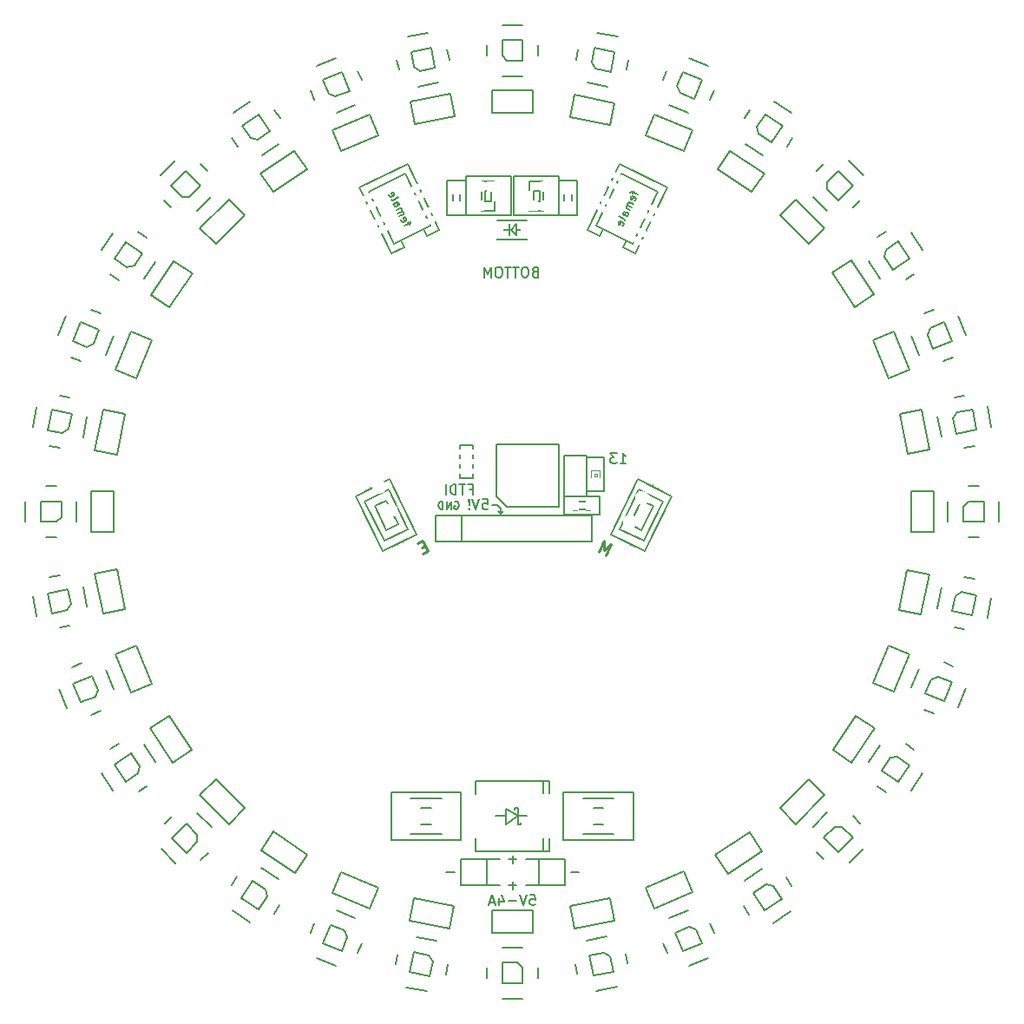
<source format=gbo>
%FSLAX34Y34*%
G04 Gerber Fmt 3.4, Leading zero omitted, Abs format*
G04 (created by PCBNEW (2014-06-29 BZR 4957)-product) date Mon 28 Jul 2014 02:46:15 PM CEST*
%MOIN*%
G01*
G70*
G90*
G04 APERTURE LIST*
%ADD10C,0.003937*%
%ADD11C,0.007874*%
%ADD12C,0.009843*%
%ADD13C,0.007382*%
%ADD14C,0.008000*%
%ADD15R,0.055118X0.039370*%
%ADD16R,0.039370X0.039370*%
%ADD17R,0.015748X0.039370*%
%ADD18C,0.078740*%
%ADD19R,0.098400X0.129900*%
%ADD20R,0.043307X0.039370*%
%ADD21C,0.055118*%
%ADD22R,0.070866X0.070866*%
%ADD23R,0.055118X0.149606*%
%ADD24R,0.010000X0.030000*%
%ADD25R,0.030000X0.010000*%
%ADD26R,0.078740X0.049213*%
%ADD27R,0.064961X0.064961*%
%ADD28C,0.064961*%
%ADD29R,0.059000X0.051100*%
%ADD30R,0.051100X0.059000*%
%ADD31R,0.078740X0.023622*%
%ADD32R,0.055118X0.070866*%
%ADD33R,0.019685X0.039370*%
%ADD34R,0.070866X0.055118*%
%ADD35R,0.039370X0.019685*%
%ADD36R,0.043300X0.039300*%
%ADD37R,0.039300X0.043300*%
G04 APERTURE END LIST*
G54D10*
G54D11*
X63200Y-35548D02*
X63425Y-35548D01*
X63313Y-35548D02*
X63313Y-35154D01*
X63350Y-35210D01*
X63388Y-35248D01*
X63425Y-35266D01*
X63069Y-35154D02*
X62826Y-35154D01*
X62957Y-35304D01*
X62901Y-35304D01*
X62863Y-35323D01*
X62844Y-35341D01*
X62826Y-35379D01*
X62826Y-35473D01*
X62844Y-35510D01*
X62863Y-35529D01*
X62901Y-35548D01*
X63013Y-35548D01*
X63050Y-35529D01*
X63069Y-35510D01*
X56542Y-51248D02*
X56842Y-51248D01*
X61306Y-51248D02*
X61606Y-51248D01*
X58606Y-37271D02*
X58468Y-37133D01*
X58606Y-37468D02*
X58606Y-37271D01*
X58606Y-37468D02*
X58708Y-37385D01*
X58606Y-37468D02*
X58503Y-37385D01*
X58468Y-37133D02*
X58287Y-37133D01*
X57920Y-36918D02*
X58108Y-36918D01*
X58126Y-37105D01*
X58108Y-37086D01*
X58070Y-37068D01*
X57976Y-37068D01*
X57939Y-37086D01*
X57920Y-37105D01*
X57901Y-37143D01*
X57901Y-37236D01*
X57920Y-37274D01*
X57939Y-37293D01*
X57976Y-37311D01*
X58070Y-37311D01*
X58108Y-37293D01*
X58126Y-37274D01*
X57789Y-36918D02*
X57658Y-37311D01*
X57526Y-36918D01*
X57395Y-37274D02*
X57377Y-37293D01*
X57395Y-37311D01*
X57414Y-37293D01*
X57395Y-37274D01*
X57395Y-37311D01*
X57395Y-37161D02*
X57414Y-36937D01*
X57395Y-36918D01*
X57377Y-36937D01*
X57395Y-37161D01*
X57395Y-36918D01*
X59737Y-52115D02*
X59925Y-52115D01*
X59944Y-52302D01*
X59925Y-52283D01*
X59887Y-52265D01*
X59794Y-52265D01*
X59756Y-52283D01*
X59737Y-52302D01*
X59719Y-52340D01*
X59719Y-52433D01*
X59737Y-52471D01*
X59756Y-52490D01*
X59794Y-52508D01*
X59887Y-52508D01*
X59925Y-52490D01*
X59944Y-52471D01*
X59606Y-52115D02*
X59475Y-52508D01*
X59344Y-52115D01*
X59212Y-52358D02*
X58913Y-52358D01*
X58556Y-52246D02*
X58556Y-52508D01*
X58650Y-52096D02*
X58744Y-52377D01*
X58500Y-52377D01*
X58369Y-52396D02*
X58181Y-52396D01*
X58406Y-52508D02*
X58275Y-52115D01*
X58144Y-52508D01*
G54D12*
X62646Y-39080D02*
X62853Y-38655D01*
X62563Y-38889D01*
X62570Y-38517D01*
X62363Y-38941D01*
X55706Y-38704D02*
X55564Y-38773D01*
X55612Y-39025D02*
X55814Y-38927D01*
X55607Y-38502D01*
X55405Y-38601D01*
G54D13*
X56839Y-37017D02*
X56867Y-37003D01*
X56909Y-37003D01*
X56951Y-37017D01*
X56979Y-37045D01*
X56993Y-37073D01*
X57007Y-37130D01*
X57007Y-37172D01*
X56993Y-37228D01*
X56979Y-37256D01*
X56951Y-37284D01*
X56909Y-37298D01*
X56881Y-37298D01*
X56839Y-37284D01*
X56825Y-37270D01*
X56825Y-37172D01*
X56881Y-37172D01*
X56698Y-37298D02*
X56698Y-37003D01*
X56529Y-37298D01*
X56529Y-37003D01*
X56389Y-37298D02*
X56389Y-37003D01*
X56318Y-37003D01*
X56276Y-37017D01*
X56248Y-37045D01*
X56234Y-37073D01*
X56220Y-37130D01*
X56220Y-37172D01*
X56234Y-37228D01*
X56248Y-37256D01*
X56276Y-37284D01*
X56318Y-37298D01*
X56389Y-37298D01*
G54D11*
X59921Y-28192D02*
X59864Y-28211D01*
X59846Y-28229D01*
X59827Y-28267D01*
X59827Y-28323D01*
X59846Y-28361D01*
X59864Y-28379D01*
X59902Y-28398D01*
X60052Y-28398D01*
X60052Y-28004D01*
X59921Y-28004D01*
X59883Y-28023D01*
X59864Y-28042D01*
X59846Y-28079D01*
X59846Y-28117D01*
X59864Y-28154D01*
X59883Y-28173D01*
X59921Y-28192D01*
X60052Y-28192D01*
X59583Y-28004D02*
X59508Y-28004D01*
X59471Y-28023D01*
X59433Y-28061D01*
X59414Y-28136D01*
X59414Y-28267D01*
X59433Y-28342D01*
X59471Y-28379D01*
X59508Y-28398D01*
X59583Y-28398D01*
X59621Y-28379D01*
X59658Y-28342D01*
X59677Y-28267D01*
X59677Y-28136D01*
X59658Y-28061D01*
X59621Y-28023D01*
X59583Y-28004D01*
X59302Y-28004D02*
X59077Y-28004D01*
X59189Y-28398D02*
X59189Y-28004D01*
X59002Y-28004D02*
X58777Y-28004D01*
X58889Y-28398D02*
X58889Y-28004D01*
X58571Y-28004D02*
X58496Y-28004D01*
X58458Y-28023D01*
X58421Y-28061D01*
X58402Y-28136D01*
X58402Y-28267D01*
X58421Y-28342D01*
X58458Y-28379D01*
X58496Y-28398D01*
X58571Y-28398D01*
X58608Y-28379D01*
X58646Y-28342D01*
X58664Y-28267D01*
X58664Y-28136D01*
X58646Y-28061D01*
X58608Y-28023D01*
X58571Y-28004D01*
X58233Y-28398D02*
X58233Y-28004D01*
X58102Y-28286D01*
X57971Y-28004D01*
X57971Y-28398D01*
X58996Y-24527D02*
X57263Y-24527D01*
X57263Y-24527D02*
X57263Y-26023D01*
X57263Y-26023D02*
X58996Y-26023D01*
X58996Y-26023D02*
X58996Y-24527D01*
X58409Y-25365D02*
X58409Y-25185D01*
X58409Y-25185D02*
X58638Y-25185D01*
X58638Y-25365D02*
X58638Y-25185D01*
X58409Y-25365D02*
X58638Y-25365D01*
X57620Y-24995D02*
X57620Y-24815D01*
X57620Y-24815D02*
X57849Y-24815D01*
X57849Y-24995D02*
X57849Y-24815D01*
X57620Y-24995D02*
X57849Y-24995D01*
X57620Y-25735D02*
X57620Y-25555D01*
X57620Y-25555D02*
X57849Y-25555D01*
X57849Y-25735D02*
X57849Y-25555D01*
X57620Y-25735D02*
X57849Y-25735D01*
X58011Y-25471D02*
X58011Y-25079D01*
X58011Y-25079D02*
X58247Y-25079D01*
X58247Y-25471D02*
X58247Y-25079D01*
X58011Y-25471D02*
X58247Y-25471D01*
X58388Y-24716D02*
X57870Y-24716D01*
X57870Y-24716D02*
X57870Y-25834D01*
X57870Y-25834D02*
X58388Y-25834D01*
X58388Y-25834D02*
X58388Y-24716D01*
X59114Y-26023D02*
X60846Y-26023D01*
X60846Y-26023D02*
X60846Y-24527D01*
X60846Y-24527D02*
X59114Y-24527D01*
X59114Y-24527D02*
X59114Y-26023D01*
X59700Y-25185D02*
X59700Y-25365D01*
X59700Y-25365D02*
X59471Y-25365D01*
X59471Y-25185D02*
X59471Y-25365D01*
X59700Y-25185D02*
X59471Y-25185D01*
X60489Y-25555D02*
X60489Y-25735D01*
X60489Y-25735D02*
X60260Y-25735D01*
X60260Y-25555D02*
X60260Y-25735D01*
X60489Y-25555D02*
X60260Y-25555D01*
X60489Y-24815D02*
X60489Y-24995D01*
X60489Y-24995D02*
X60260Y-24995D01*
X60260Y-24815D02*
X60260Y-24995D01*
X60489Y-24815D02*
X60260Y-24815D01*
X60098Y-25079D02*
X60098Y-25471D01*
X60098Y-25471D02*
X59862Y-25471D01*
X59862Y-25079D02*
X59862Y-25471D01*
X60098Y-25079D02*
X59862Y-25079D01*
X59721Y-25834D02*
X60239Y-25834D01*
X60239Y-25834D02*
X60239Y-24716D01*
X60239Y-24716D02*
X59721Y-24716D01*
X59721Y-24716D02*
X59721Y-25834D01*
X57062Y-50732D02*
X58562Y-50732D01*
X57062Y-51732D02*
X58562Y-51732D01*
X59562Y-50732D02*
X61062Y-50732D01*
X59562Y-51732D02*
X61062Y-51732D01*
X61062Y-51732D02*
X61062Y-50732D01*
X57062Y-50732D02*
X57062Y-51732D01*
X58062Y-51732D02*
X58062Y-50732D01*
X57062Y-51732D02*
X57062Y-51732D01*
X57062Y-51732D02*
X57062Y-51732D01*
X60066Y-50732D02*
X60066Y-51732D01*
X59267Y-48779D02*
X59149Y-48779D01*
X59149Y-48779D02*
X59149Y-48858D01*
X59267Y-49409D02*
X59385Y-49409D01*
X59385Y-49409D02*
X59385Y-49330D01*
X59267Y-49094D02*
X59622Y-49094D01*
X58814Y-49094D02*
X58421Y-49094D01*
X60256Y-47755D02*
X60256Y-48228D01*
X60256Y-50433D02*
X60256Y-49960D01*
X60472Y-47755D02*
X60472Y-48228D01*
X60472Y-50433D02*
X60472Y-49960D01*
X57638Y-47755D02*
X57638Y-48248D01*
X57638Y-50433D02*
X57638Y-49940D01*
X59267Y-49409D02*
X59267Y-48779D01*
X58814Y-48799D02*
X58814Y-49409D01*
X59267Y-49094D02*
X58814Y-48799D01*
X59267Y-49094D02*
X58814Y-49409D01*
X57638Y-47755D02*
X60472Y-47755D01*
X57638Y-50433D02*
X60472Y-50433D01*
X61925Y-35311D02*
X62570Y-35311D01*
X62570Y-36618D02*
X62570Y-35311D01*
X61925Y-36618D02*
X62570Y-36618D01*
X61925Y-35311D02*
X61925Y-36618D01*
G54D10*
X62425Y-35826D02*
X62425Y-36101D01*
X62070Y-36101D02*
X62070Y-35826D01*
X62129Y-36298D02*
X62070Y-36298D01*
X62070Y-36298D02*
X62070Y-36101D01*
X62070Y-36101D02*
X62425Y-36101D01*
X62425Y-36101D02*
X62425Y-36298D01*
X62425Y-36298D02*
X62366Y-36298D01*
X62425Y-35629D02*
X62356Y-35629D01*
X62070Y-35629D02*
X62139Y-35629D01*
X62425Y-35629D02*
X62425Y-35826D01*
X62425Y-35826D02*
X62070Y-35826D01*
X62070Y-35826D02*
X62070Y-35629D01*
X62198Y-35954D02*
X62296Y-35954D01*
X62296Y-35954D02*
X62296Y-36052D01*
X62198Y-36052D02*
X62296Y-36052D01*
X62198Y-35954D02*
X62198Y-36052D01*
X62129Y-36297D02*
G75*
G02X62365Y-36297I118J0D01*
G74*
G01*
X62355Y-35630D02*
G75*
G02X62139Y-35630I-108J0D01*
G74*
G01*
G54D11*
X56257Y-26571D02*
X55779Y-26804D01*
X55779Y-26804D02*
X55649Y-26538D01*
X54894Y-27235D02*
X54417Y-27468D01*
X54765Y-26970D02*
X54894Y-27235D01*
X53533Y-25118D02*
X54499Y-27099D01*
X54499Y-27099D02*
X55915Y-26409D01*
X55915Y-26409D02*
X54948Y-24427D01*
X54948Y-24427D02*
X53533Y-25118D01*
X54417Y-27468D02*
X53191Y-24956D01*
X53191Y-24956D02*
X55031Y-24058D01*
X55031Y-24058D02*
X56257Y-26571D01*
X63775Y-27468D02*
X63298Y-27235D01*
X63298Y-27235D02*
X63427Y-26970D01*
X62413Y-26804D02*
X61935Y-26571D01*
X62542Y-26538D02*
X62413Y-26804D01*
X63244Y-24427D02*
X62277Y-26409D01*
X62277Y-26409D02*
X63692Y-27099D01*
X63692Y-27099D02*
X64659Y-25118D01*
X64659Y-25118D02*
X63244Y-24427D01*
X61935Y-26571D02*
X63161Y-24058D01*
X63161Y-24058D02*
X65001Y-24956D01*
X65001Y-24956D02*
X63775Y-27468D01*
X56338Y-49763D02*
X55157Y-49763D01*
X55944Y-49409D02*
X55551Y-49409D01*
X55944Y-48779D02*
X55551Y-48779D01*
X56338Y-48425D02*
X55157Y-48425D01*
X57086Y-48188D02*
X54409Y-48188D01*
X54409Y-48188D02*
X54409Y-50000D01*
X54409Y-50000D02*
X57086Y-50000D01*
X57086Y-50000D02*
X57086Y-48188D01*
X61771Y-48425D02*
X62952Y-48425D01*
X62165Y-48779D02*
X62559Y-48779D01*
X62165Y-49409D02*
X62559Y-49409D01*
X61771Y-49763D02*
X62952Y-49763D01*
X61023Y-50000D02*
X63700Y-50000D01*
X63700Y-50000D02*
X63700Y-48188D01*
X63700Y-48188D02*
X61023Y-48188D01*
X61023Y-48188D02*
X61023Y-50000D01*
X58828Y-37200D02*
X60478Y-37200D01*
X60478Y-37200D02*
X60853Y-37200D01*
X60853Y-37200D02*
X60853Y-34800D01*
X60853Y-34800D02*
X58453Y-34800D01*
X58453Y-34800D02*
X58453Y-36825D01*
X58453Y-36825D02*
X58828Y-37200D01*
X56106Y-37547D02*
X56106Y-38547D01*
X56106Y-38547D02*
X62106Y-38547D01*
X62106Y-38547D02*
X62106Y-37547D01*
X62106Y-37547D02*
X56106Y-37547D01*
X57106Y-37547D02*
X57106Y-38547D01*
X55127Y-21658D02*
X56671Y-21350D01*
X55127Y-21658D02*
X55296Y-22508D01*
X55296Y-22508D02*
X56841Y-22199D01*
X56841Y-22199D02*
X56671Y-21350D01*
X52138Y-22735D02*
X53593Y-22133D01*
X52138Y-22735D02*
X52469Y-23536D01*
X52469Y-23536D02*
X53924Y-22933D01*
X53924Y-22933D02*
X53593Y-22133D01*
X49380Y-24408D02*
X50688Y-23532D01*
X49380Y-24408D02*
X49862Y-25128D01*
X49862Y-25128D02*
X51170Y-24252D01*
X51170Y-24252D02*
X50688Y-23532D01*
X47050Y-26510D02*
X48163Y-25396D01*
X47050Y-26510D02*
X47662Y-27122D01*
X47662Y-27122D02*
X48776Y-26009D01*
X48776Y-26009D02*
X48163Y-25396D01*
X45167Y-29076D02*
X46041Y-27766D01*
X45167Y-29076D02*
X45887Y-29556D01*
X45887Y-29556D02*
X46761Y-28246D01*
X46761Y-28246D02*
X46041Y-27766D01*
X43806Y-31939D02*
X44409Y-30484D01*
X43806Y-31939D02*
X44606Y-32271D01*
X44606Y-32271D02*
X45209Y-30816D01*
X45209Y-30816D02*
X44409Y-30484D01*
X43024Y-35038D02*
X43330Y-33493D01*
X43024Y-35038D02*
X43874Y-35206D01*
X43874Y-35206D02*
X44180Y-33662D01*
X44180Y-33662D02*
X43330Y-33493D01*
X42874Y-38188D02*
X42874Y-36614D01*
X42874Y-38188D02*
X43740Y-38188D01*
X43740Y-38188D02*
X43740Y-36614D01*
X43740Y-36614D02*
X42874Y-36614D01*
X43331Y-41329D02*
X43023Y-39785D01*
X43331Y-41329D02*
X44181Y-41159D01*
X44181Y-41159D02*
X43872Y-39615D01*
X43872Y-39615D02*
X43023Y-39785D01*
X44409Y-44338D02*
X43806Y-42883D01*
X44409Y-44338D02*
X45209Y-44006D01*
X45209Y-44006D02*
X44606Y-42551D01*
X44606Y-42551D02*
X43806Y-42883D01*
X46023Y-47036D02*
X45146Y-45728D01*
X46023Y-47036D02*
X46742Y-46555D01*
X46742Y-46555D02*
X45866Y-45246D01*
X45866Y-45246D02*
X45146Y-45728D01*
X48163Y-49406D02*
X47050Y-48292D01*
X48163Y-49406D02*
X48776Y-48793D01*
X48776Y-48793D02*
X47662Y-47680D01*
X47662Y-47680D02*
X47050Y-48292D01*
X50710Y-51289D02*
X49399Y-50415D01*
X50710Y-51289D02*
X51190Y-50568D01*
X51190Y-50568D02*
X49880Y-49694D01*
X49880Y-49694D02*
X49399Y-50415D01*
X53593Y-52650D02*
X52138Y-52047D01*
X53593Y-52650D02*
X53924Y-51850D01*
X53924Y-51850D02*
X52469Y-51247D01*
X52469Y-51247D02*
X52138Y-52047D01*
X56652Y-53412D02*
X55108Y-53106D01*
X56652Y-53412D02*
X56821Y-52562D01*
X56821Y-52562D02*
X55276Y-52256D01*
X55276Y-52256D02*
X55108Y-53106D01*
X62981Y-53111D02*
X61434Y-53408D01*
X62981Y-53111D02*
X62817Y-52260D01*
X62817Y-52260D02*
X61270Y-52558D01*
X61270Y-52558D02*
X61434Y-53408D01*
X59842Y-53582D02*
X58267Y-53582D01*
X59842Y-53582D02*
X59842Y-52716D01*
X59842Y-52716D02*
X58267Y-52716D01*
X58267Y-52716D02*
X58267Y-53582D01*
X65972Y-52023D02*
X64520Y-52633D01*
X65972Y-52023D02*
X65636Y-51224D01*
X65636Y-51224D02*
X64185Y-51835D01*
X64185Y-51835D02*
X64520Y-52633D01*
X68650Y-50430D02*
X67345Y-51311D01*
X68650Y-50430D02*
X68166Y-49712D01*
X68166Y-49712D02*
X66860Y-50593D01*
X66860Y-50593D02*
X67345Y-51311D01*
X71059Y-48292D02*
X69946Y-49406D01*
X71059Y-48292D02*
X70447Y-47680D01*
X70447Y-47680D02*
X69333Y-48793D01*
X69333Y-48793D02*
X69946Y-49406D01*
X72963Y-45728D02*
X72087Y-47036D01*
X72963Y-45728D02*
X72243Y-45246D01*
X72243Y-45246D02*
X71367Y-46555D01*
X71367Y-46555D02*
X72087Y-47036D01*
X74303Y-42863D02*
X73701Y-44318D01*
X74303Y-42863D02*
X73503Y-42532D01*
X73503Y-42532D02*
X72900Y-43986D01*
X72900Y-43986D02*
X73701Y-44318D01*
X75067Y-39804D02*
X74758Y-41349D01*
X75067Y-39804D02*
X74217Y-39635D01*
X74217Y-39635D02*
X73909Y-41179D01*
X73909Y-41179D02*
X74758Y-41349D01*
X75236Y-36614D02*
X75236Y-38188D01*
X75236Y-36614D02*
X74370Y-36614D01*
X74370Y-36614D02*
X74370Y-38188D01*
X74370Y-38188D02*
X75236Y-38188D01*
X74779Y-33474D02*
X75085Y-35018D01*
X74779Y-33474D02*
X73930Y-33642D01*
X73930Y-33642D02*
X74235Y-35187D01*
X74235Y-35187D02*
X75085Y-35018D01*
X73701Y-30484D02*
X74303Y-31939D01*
X73701Y-30484D02*
X72900Y-30816D01*
X72900Y-30816D02*
X73503Y-32271D01*
X73503Y-32271D02*
X74303Y-31939D01*
X72067Y-27746D02*
X72943Y-29055D01*
X72067Y-27746D02*
X71347Y-28228D01*
X71347Y-28228D02*
X72223Y-29536D01*
X72223Y-29536D02*
X72943Y-29055D01*
X69946Y-25396D02*
X71059Y-26510D01*
X69946Y-25396D02*
X69333Y-26009D01*
X69333Y-26009D02*
X70447Y-27122D01*
X70447Y-27122D02*
X71059Y-26510D01*
X67414Y-23536D02*
X68730Y-24401D01*
X67414Y-23536D02*
X66938Y-24260D01*
X66938Y-24260D02*
X68254Y-25124D01*
X68254Y-25124D02*
X68730Y-24401D01*
X64517Y-22133D02*
X65971Y-22735D01*
X64517Y-22133D02*
X64185Y-22933D01*
X64185Y-22933D02*
X65640Y-23536D01*
X65640Y-23536D02*
X65971Y-22735D01*
X61438Y-21389D02*
X62982Y-21698D01*
X61438Y-21389D02*
X61268Y-22238D01*
X61268Y-22238D02*
X62813Y-22547D01*
X62813Y-22547D02*
X62982Y-21698D01*
X58267Y-21220D02*
X59842Y-21220D01*
X58267Y-21220D02*
X58267Y-22086D01*
X58267Y-22086D02*
X59842Y-22086D01*
X59842Y-22086D02*
X59842Y-21220D01*
X61059Y-36807D02*
X61059Y-35232D01*
X61059Y-36807D02*
X61925Y-36807D01*
X61925Y-36807D02*
X61925Y-35232D01*
X61925Y-35232D02*
X61059Y-35232D01*
X57027Y-34854D02*
X57027Y-36114D01*
X57539Y-36114D02*
X57539Y-34854D01*
X57539Y-34854D02*
X57027Y-34854D01*
X57539Y-36114D02*
X57027Y-36114D01*
X55051Y-38075D02*
X54309Y-36554D01*
X54309Y-36554D02*
X53389Y-37002D01*
X53389Y-37002D02*
X54131Y-38524D01*
X54131Y-38524D02*
X55051Y-38075D01*
X54674Y-37887D02*
X54226Y-36967D01*
X54226Y-36967D02*
X53766Y-37191D01*
X53766Y-37191D02*
X54214Y-38111D01*
X54214Y-38111D02*
X54674Y-37887D01*
X53808Y-36426D02*
X53636Y-36072D01*
X53636Y-36072D02*
X53423Y-36175D01*
X53423Y-36175D02*
X53596Y-36529D01*
X54844Y-38549D02*
X55016Y-38903D01*
X55016Y-38903D02*
X54804Y-39006D01*
X54804Y-39006D02*
X54632Y-38652D01*
X54357Y-36158D02*
X53048Y-36797D01*
X53048Y-36797D02*
X54083Y-38920D01*
X54083Y-38920D02*
X55392Y-38281D01*
X55392Y-38281D02*
X54357Y-36158D01*
X64104Y-38524D02*
X64846Y-37002D01*
X64846Y-37002D02*
X63926Y-36554D01*
X63926Y-36554D02*
X63184Y-38075D01*
X63184Y-38075D02*
X64104Y-38524D01*
X64021Y-38111D02*
X64470Y-37191D01*
X64470Y-37191D02*
X64010Y-36967D01*
X64010Y-36967D02*
X63561Y-37887D01*
X63561Y-37887D02*
X64021Y-38111D01*
X64639Y-36529D02*
X64812Y-36175D01*
X64812Y-36175D02*
X64599Y-36072D01*
X64599Y-36072D02*
X64427Y-36426D01*
X63604Y-38652D02*
X63431Y-39006D01*
X63431Y-39006D02*
X63219Y-38903D01*
X63219Y-38903D02*
X63391Y-38549D01*
X65188Y-36797D02*
X63878Y-36158D01*
X63878Y-36158D02*
X62843Y-38281D01*
X62843Y-38281D02*
X64152Y-38920D01*
X64152Y-38920D02*
X65188Y-36797D01*
X59429Y-26574D02*
X59212Y-26574D01*
X58937Y-26574D02*
X58681Y-26574D01*
X58996Y-26574D02*
X59212Y-26358D01*
X59212Y-26358D02*
X59212Y-26791D01*
X59212Y-26791D02*
X58996Y-26574D01*
X58937Y-26358D02*
X58937Y-26791D01*
X58484Y-26338D02*
X58307Y-26338D01*
X58307Y-26338D02*
X58307Y-26811D01*
X58307Y-26811D02*
X58484Y-26811D01*
X59625Y-26338D02*
X59803Y-26338D01*
X59803Y-26338D02*
X59803Y-26811D01*
X59803Y-26811D02*
X59625Y-26811D01*
X59625Y-26200D02*
X58484Y-26200D01*
X58484Y-26200D02*
X58484Y-26948D01*
X58484Y-26948D02*
X59625Y-26948D01*
X59625Y-26948D02*
X59625Y-26200D01*
X56093Y-20348D02*
X55938Y-19576D01*
X55938Y-19576D02*
X55166Y-19730D01*
X55166Y-19730D02*
X55282Y-20309D01*
X55282Y-20309D02*
X55514Y-20464D01*
X55514Y-20464D02*
X56093Y-20348D01*
G54D14*
X56208Y-20927D02*
X55436Y-21081D01*
X54703Y-20425D02*
X54626Y-20039D01*
X55823Y-18997D02*
X55050Y-19151D01*
X56633Y-20039D02*
X56556Y-19653D01*
G54D11*
X52797Y-21236D02*
X52496Y-20509D01*
X52496Y-20509D02*
X51769Y-20810D01*
X51769Y-20810D02*
X51995Y-21356D01*
X51995Y-21356D02*
X52252Y-21462D01*
X52252Y-21462D02*
X52797Y-21236D01*
G54D14*
X53023Y-21782D02*
X52296Y-22083D01*
X51449Y-21582D02*
X51298Y-21218D01*
X52270Y-19963D02*
X51543Y-20264D01*
X53268Y-20828D02*
X53117Y-20465D01*
G54D11*
X49758Y-22785D02*
X49320Y-22130D01*
X49320Y-22130D02*
X48666Y-22569D01*
X48666Y-22569D02*
X48994Y-23059D01*
X48994Y-23059D02*
X49268Y-23113D01*
X49268Y-23113D02*
X49758Y-22785D01*
G54D14*
X50087Y-23276D02*
X49432Y-23714D01*
X48504Y-23388D02*
X48285Y-23061D01*
X48992Y-21640D02*
X48337Y-22078D01*
X50140Y-22293D02*
X49920Y-21966D01*
G54D11*
X47072Y-24881D02*
X46515Y-24325D01*
X46515Y-24325D02*
X45958Y-24881D01*
X45958Y-24881D02*
X46376Y-25299D01*
X46376Y-25299D02*
X46654Y-25299D01*
X46654Y-25299D02*
X47072Y-24881D01*
G54D14*
X47490Y-25299D02*
X46933Y-25856D01*
X45958Y-25717D02*
X45680Y-25438D01*
X46098Y-23907D02*
X45541Y-24464D01*
X47350Y-24325D02*
X47072Y-24046D01*
G54D11*
X44857Y-27469D02*
X44201Y-27032D01*
X44201Y-27032D02*
X43765Y-27687D01*
X43765Y-27687D02*
X44256Y-28015D01*
X44256Y-28015D02*
X44529Y-27960D01*
X44529Y-27960D02*
X44857Y-27469D01*
G54D14*
X45348Y-27797D02*
X44911Y-28452D01*
X43928Y-28506D02*
X43601Y-28288D01*
X43710Y-26705D02*
X43273Y-27360D01*
X45020Y-26869D02*
X44693Y-26650D01*
G54D11*
X43191Y-30416D02*
X42464Y-30115D01*
X42464Y-30115D02*
X42162Y-30842D01*
X42162Y-30842D02*
X42708Y-31068D01*
X42708Y-31068D02*
X42965Y-30962D01*
X42965Y-30962D02*
X43191Y-30416D01*
G54D14*
X43737Y-30642D02*
X43435Y-31370D01*
X42482Y-31614D02*
X42118Y-31463D01*
X41918Y-29889D02*
X41617Y-30616D01*
X43235Y-29795D02*
X42871Y-29645D01*
G54D11*
X42135Y-33646D02*
X41363Y-33494D01*
X41363Y-33494D02*
X41210Y-34266D01*
X41210Y-34266D02*
X41789Y-34381D01*
X41789Y-34381D02*
X42021Y-34226D01*
X42021Y-34226D02*
X42135Y-33646D01*
G54D14*
X42715Y-33761D02*
X42562Y-34534D01*
X41675Y-34960D02*
X41288Y-34883D01*
X40784Y-33379D02*
X40631Y-34151D01*
X42057Y-33029D02*
X41671Y-32952D01*
G54D11*
X41732Y-37007D02*
X40944Y-37007D01*
X40944Y-37007D02*
X40944Y-37795D01*
X40944Y-37795D02*
X41535Y-37795D01*
X41535Y-37795D02*
X41732Y-37598D01*
X41732Y-37598D02*
X41732Y-37007D01*
G54D14*
X42322Y-37007D02*
X42322Y-37795D01*
X41535Y-38385D02*
X41141Y-38385D01*
X40354Y-37007D02*
X40354Y-37795D01*
X41535Y-36417D02*
X41141Y-36417D01*
G54D11*
X41982Y-40383D02*
X41210Y-40537D01*
X41210Y-40537D02*
X41364Y-41309D01*
X41364Y-41309D02*
X41943Y-41193D01*
X41943Y-41193D02*
X42097Y-40962D01*
X42097Y-40962D02*
X41982Y-40383D01*
G54D14*
X42561Y-40267D02*
X42715Y-41039D01*
X42059Y-41773D02*
X41673Y-41850D01*
X40630Y-40653D02*
X40785Y-41425D01*
X41673Y-39842D02*
X41287Y-39919D01*
G54D11*
X42909Y-43698D02*
X42182Y-43999D01*
X42182Y-43999D02*
X42483Y-44726D01*
X42483Y-44726D02*
X43029Y-44500D01*
X43029Y-44500D02*
X43135Y-44243D01*
X43135Y-44243D02*
X42909Y-43698D01*
G54D14*
X43455Y-43472D02*
X43756Y-44199D01*
X43255Y-45046D02*
X42891Y-45197D01*
X41636Y-44225D02*
X41938Y-44952D01*
X42502Y-43227D02*
X42138Y-43378D01*
G54D11*
X44419Y-46678D02*
X43764Y-47116D01*
X43764Y-47116D02*
X44202Y-47770D01*
X44202Y-47770D02*
X44693Y-47442D01*
X44693Y-47442D02*
X44747Y-47168D01*
X44747Y-47168D02*
X44419Y-46678D01*
G54D14*
X44909Y-46349D02*
X45347Y-47004D01*
X45022Y-47932D02*
X44694Y-48151D01*
X43274Y-47444D02*
X43712Y-48099D01*
X43927Y-46297D02*
X43599Y-46516D01*
G54D11*
X46535Y-49384D02*
X45978Y-49940D01*
X45978Y-49940D02*
X46535Y-50497D01*
X46535Y-50497D02*
X46953Y-50080D01*
X46953Y-50080D02*
X46953Y-49801D01*
X46953Y-49801D02*
X46535Y-49384D01*
G54D14*
X46953Y-48966D02*
X47509Y-49523D01*
X47370Y-50497D02*
X47092Y-50776D01*
X45561Y-50358D02*
X46117Y-50915D01*
X45978Y-49105D02*
X45700Y-49384D01*
G54D11*
X49083Y-51580D02*
X48646Y-52235D01*
X48646Y-52235D02*
X49302Y-52671D01*
X49302Y-52671D02*
X49629Y-52180D01*
X49629Y-52180D02*
X49575Y-51907D01*
X49575Y-51907D02*
X49083Y-51580D01*
G54D14*
X49411Y-51088D02*
X50066Y-51525D01*
X50120Y-52508D02*
X49902Y-52835D01*
X48319Y-52726D02*
X48974Y-53163D01*
X48483Y-51416D02*
X48264Y-51743D01*
G54D11*
X52070Y-53265D02*
X51769Y-53992D01*
X51769Y-53992D02*
X52496Y-54293D01*
X52496Y-54293D02*
X52722Y-53748D01*
X52722Y-53748D02*
X52615Y-53491D01*
X52615Y-53491D02*
X52070Y-53265D01*
G54D14*
X52296Y-52719D02*
X53023Y-53020D01*
X53268Y-53974D02*
X53117Y-54338D01*
X51543Y-54538D02*
X52270Y-54839D01*
X51449Y-53221D02*
X51298Y-53584D01*
G54D11*
X55261Y-54320D02*
X55108Y-55093D01*
X55108Y-55093D02*
X55880Y-55246D01*
X55880Y-55246D02*
X55995Y-54666D01*
X55995Y-54666D02*
X55840Y-54435D01*
X55840Y-54435D02*
X55261Y-54320D01*
G54D14*
X55375Y-53741D02*
X56148Y-53894D01*
X56574Y-54781D02*
X56498Y-55167D01*
X54993Y-55672D02*
X55765Y-55825D01*
X54643Y-54399D02*
X54567Y-54785D01*
G54D11*
X58661Y-54724D02*
X58661Y-55511D01*
X58661Y-55511D02*
X59448Y-55511D01*
X59448Y-55511D02*
X59448Y-54921D01*
X59448Y-54921D02*
X59251Y-54724D01*
X59251Y-54724D02*
X58661Y-54724D01*
G54D14*
X58661Y-54133D02*
X59448Y-54133D01*
X60039Y-54921D02*
X60039Y-55314D01*
X58661Y-56102D02*
X59448Y-56102D01*
X58070Y-54921D02*
X58070Y-55314D01*
G54D11*
X62015Y-54457D02*
X62173Y-55228D01*
X62173Y-55228D02*
X62945Y-55070D01*
X62945Y-55070D02*
X62826Y-54491D01*
X62826Y-54491D02*
X62593Y-54338D01*
X62593Y-54338D02*
X62015Y-54457D01*
G54D14*
X61896Y-53878D02*
X62668Y-53720D01*
X63404Y-54373D02*
X63484Y-54758D01*
X62292Y-55807D02*
X63063Y-55648D01*
X61476Y-54768D02*
X61555Y-55154D01*
G54D11*
X65311Y-53569D02*
X65616Y-54295D01*
X65616Y-54295D02*
X66342Y-53989D01*
X66342Y-53989D02*
X66113Y-53445D01*
X66113Y-53445D02*
X65855Y-53340D01*
X65855Y-53340D02*
X65311Y-53569D01*
G54D14*
X65082Y-53024D02*
X65808Y-52719D01*
X66657Y-53216D02*
X66810Y-53579D01*
X65845Y-54839D02*
X66571Y-54534D01*
X64843Y-53979D02*
X64995Y-54342D01*
G54D11*
X68311Y-52059D02*
X68752Y-52711D01*
X68752Y-52711D02*
X69404Y-52271D01*
X69404Y-52271D02*
X69074Y-51782D01*
X69074Y-51782D02*
X68801Y-51728D01*
X68801Y-51728D02*
X68311Y-52059D01*
G54D14*
X67981Y-51569D02*
X68634Y-51129D01*
X69564Y-51451D02*
X69784Y-51778D01*
X69082Y-53201D02*
X69735Y-52761D01*
X67932Y-52552D02*
X68152Y-52878D01*
G54D11*
X71018Y-49922D02*
X71575Y-50478D01*
X71575Y-50478D02*
X72131Y-49920D01*
X72131Y-49920D02*
X71713Y-49503D01*
X71713Y-49503D02*
X71434Y-49503D01*
X71434Y-49503D02*
X71018Y-49922D01*
G54D14*
X70599Y-49505D02*
X71155Y-48947D01*
X72130Y-49085D02*
X72408Y-49363D01*
X71994Y-50894D02*
X72549Y-50337D01*
X70740Y-50479D02*
X71019Y-50757D01*
G54D11*
X73233Y-47353D02*
X73888Y-47790D01*
X73888Y-47790D02*
X74325Y-47134D01*
X74325Y-47134D02*
X73834Y-46807D01*
X73834Y-46807D02*
X73561Y-46861D01*
X73561Y-46861D02*
X73233Y-47353D01*
G54D14*
X72742Y-47025D02*
X73179Y-46370D01*
X74161Y-46316D02*
X74489Y-46534D01*
X74379Y-48117D02*
X74816Y-47462D01*
X73069Y-47953D02*
X73397Y-48172D01*
G54D11*
X74918Y-44386D02*
X75646Y-44687D01*
X75646Y-44687D02*
X75947Y-43960D01*
X75947Y-43960D02*
X75401Y-43734D01*
X75401Y-43734D02*
X75144Y-43840D01*
X75144Y-43840D02*
X74918Y-44386D01*
G54D14*
X74373Y-44160D02*
X74674Y-43432D01*
X75627Y-43188D02*
X75991Y-43339D01*
X76191Y-44913D02*
X76493Y-44186D01*
X74874Y-45007D02*
X75238Y-45157D01*
G54D11*
X75954Y-41214D02*
X76726Y-41368D01*
X76726Y-41368D02*
X76880Y-40596D01*
X76880Y-40596D02*
X76301Y-40480D01*
X76301Y-40480D02*
X76069Y-40635D01*
X76069Y-40635D02*
X75954Y-41214D01*
G54D14*
X75375Y-41098D02*
X75529Y-40326D01*
X76417Y-39901D02*
X76803Y-39978D01*
X77305Y-41484D02*
X77459Y-40712D01*
X76031Y-41832D02*
X76417Y-41909D01*
G54D11*
X76377Y-37795D02*
X77165Y-37795D01*
X77165Y-37795D02*
X77165Y-37007D01*
X77165Y-37007D02*
X76574Y-37007D01*
X76574Y-37007D02*
X76377Y-37204D01*
X76377Y-37204D02*
X76377Y-37795D01*
G54D14*
X75787Y-37795D02*
X75787Y-37007D01*
X76574Y-36417D02*
X76968Y-36417D01*
X77755Y-37795D02*
X77755Y-37007D01*
X76574Y-38385D02*
X76968Y-38385D01*
G54D11*
X76107Y-34399D02*
X76879Y-34246D01*
X76879Y-34246D02*
X76727Y-33474D01*
X76727Y-33474D02*
X76147Y-33589D01*
X76147Y-33589D02*
X75992Y-33820D01*
X75992Y-33820D02*
X76107Y-34399D01*
G54D14*
X75528Y-34514D02*
X75375Y-33741D01*
X76033Y-33009D02*
X76419Y-32933D01*
X77459Y-34132D02*
X77306Y-33359D01*
X76415Y-34940D02*
X76801Y-34864D01*
G54D11*
X75219Y-31143D02*
X75947Y-30843D01*
X75947Y-30843D02*
X75647Y-30115D01*
X75647Y-30115D02*
X75101Y-30340D01*
X75101Y-30340D02*
X74994Y-30597D01*
X74994Y-30597D02*
X75219Y-31143D01*
G54D14*
X74673Y-31368D02*
X74373Y-30640D01*
X74876Y-29794D02*
X75239Y-29644D01*
X76493Y-30618D02*
X76193Y-29890D01*
X75626Y-31614D02*
X75990Y-31464D01*
G54D11*
X73671Y-28105D02*
X74325Y-27667D01*
X74325Y-27667D02*
X73887Y-27012D01*
X73887Y-27012D02*
X73396Y-27341D01*
X73396Y-27341D02*
X73342Y-27614D01*
X73342Y-27614D02*
X73671Y-28105D01*
G54D14*
X73180Y-28433D02*
X72742Y-27779D01*
X73068Y-26850D02*
X73395Y-26631D01*
X74816Y-27338D02*
X74378Y-26684D01*
X74163Y-28486D02*
X74490Y-28267D01*
G54D11*
X71574Y-25438D02*
X72131Y-24881D01*
X72131Y-24881D02*
X71574Y-24325D01*
X71574Y-24325D02*
X71157Y-24742D01*
X71157Y-24742D02*
X71157Y-25021D01*
X71157Y-25021D02*
X71574Y-25438D01*
G54D14*
X71157Y-25856D02*
X70600Y-25299D01*
X70739Y-24325D02*
X71018Y-24046D01*
X72549Y-24464D02*
X71992Y-23907D01*
X72131Y-25717D02*
X72409Y-25438D01*
G54D11*
X69005Y-23223D02*
X69443Y-22569D01*
X69443Y-22569D02*
X68789Y-22130D01*
X68789Y-22130D02*
X68460Y-22621D01*
X68460Y-22621D02*
X68515Y-22894D01*
X68515Y-22894D02*
X69005Y-23223D01*
G54D14*
X68677Y-23714D02*
X68022Y-23276D01*
X67970Y-22293D02*
X68189Y-21966D01*
X69772Y-22078D02*
X69118Y-21640D01*
X69606Y-23388D02*
X69825Y-23061D01*
G54D11*
X66039Y-21538D02*
X66341Y-20810D01*
X66341Y-20810D02*
X65613Y-20509D01*
X65613Y-20509D02*
X65387Y-21054D01*
X65387Y-21054D02*
X65494Y-21312D01*
X65494Y-21312D02*
X66039Y-21538D01*
G54D14*
X65813Y-22083D02*
X65086Y-21782D01*
X64842Y-20828D02*
X64992Y-20465D01*
X66567Y-20264D02*
X65839Y-19963D01*
X66660Y-21582D02*
X66811Y-21218D01*
G54D11*
X62828Y-20502D02*
X62982Y-19730D01*
X62982Y-19730D02*
X62210Y-19576D01*
X62210Y-19576D02*
X62095Y-20155D01*
X62095Y-20155D02*
X62249Y-20386D01*
X62249Y-20386D02*
X62828Y-20502D01*
G54D14*
X62712Y-21081D02*
X61940Y-20927D01*
X61515Y-20039D02*
X61593Y-19653D01*
X63098Y-19151D02*
X62326Y-18997D01*
X63446Y-20425D02*
X63523Y-20039D01*
G54D11*
X59448Y-20078D02*
X59448Y-19291D01*
X59448Y-19291D02*
X58661Y-19291D01*
X58661Y-19291D02*
X58661Y-19881D01*
X58661Y-19881D02*
X58858Y-20078D01*
X58858Y-20078D02*
X59448Y-20078D01*
G54D14*
X59448Y-20669D02*
X58661Y-20669D01*
X58070Y-19881D02*
X58070Y-19488D01*
X59448Y-18700D02*
X58661Y-18700D01*
X60039Y-19881D02*
X60039Y-19488D01*
G54D11*
X57263Y-26023D02*
X57263Y-24685D01*
X57263Y-24685D02*
X56555Y-24685D01*
X56555Y-24685D02*
X56555Y-26023D01*
X56555Y-26023D02*
X57263Y-26023D01*
X56739Y-25184D02*
X56739Y-25024D01*
X56739Y-25024D02*
X57079Y-25024D01*
X57079Y-25184D02*
X57079Y-25024D01*
X56739Y-25184D02*
X57079Y-25184D01*
X56739Y-25684D02*
X56739Y-25524D01*
X56739Y-25524D02*
X57079Y-25524D01*
X57079Y-25684D02*
X57079Y-25524D01*
X56739Y-25684D02*
X57079Y-25684D01*
X56769Y-25524D02*
X56769Y-25184D01*
X57049Y-25184D02*
X57049Y-25524D01*
X60846Y-24685D02*
X60846Y-26023D01*
X60846Y-26023D02*
X61555Y-26023D01*
X61555Y-26023D02*
X61555Y-24685D01*
X61555Y-24685D02*
X60846Y-24685D01*
X61370Y-25524D02*
X61370Y-25684D01*
X61370Y-25684D02*
X61030Y-25684D01*
X61030Y-25524D02*
X61030Y-25684D01*
X61370Y-25524D02*
X61030Y-25524D01*
X61370Y-25024D02*
X61370Y-25184D01*
X61370Y-25184D02*
X61030Y-25184D01*
X61030Y-25024D02*
X61030Y-25184D01*
X61370Y-25024D02*
X61030Y-25024D01*
X61340Y-25184D02*
X61340Y-25524D01*
X61060Y-25524D02*
X61060Y-25184D01*
X62397Y-36807D02*
X61059Y-36807D01*
X61059Y-36807D02*
X61059Y-37515D01*
X61059Y-37515D02*
X62397Y-37515D01*
X62397Y-37515D02*
X62397Y-36807D01*
X61558Y-37331D02*
X61398Y-37331D01*
X61398Y-37331D02*
X61398Y-36991D01*
X61558Y-36991D02*
X61398Y-36991D01*
X61558Y-37331D02*
X61558Y-36991D01*
X62058Y-37331D02*
X61898Y-37331D01*
X61898Y-37331D02*
X61898Y-36991D01*
X62058Y-36991D02*
X61898Y-36991D01*
X62058Y-37331D02*
X62058Y-36991D01*
X61898Y-37301D02*
X61558Y-37301D01*
X61558Y-37021D02*
X61898Y-37021D01*
X61612Y-51260D02*
X61313Y-51260D01*
X56812Y-51260D02*
X56513Y-51260D01*
X59212Y-50760D02*
X58913Y-50760D01*
X59062Y-50910D02*
X59062Y-50610D01*
X59212Y-51760D02*
X58913Y-51760D01*
X59062Y-51910D02*
X59062Y-51610D01*
G54D13*
X55095Y-26380D02*
X55046Y-26279D01*
X54900Y-26428D02*
X55127Y-26317D01*
X55146Y-26293D01*
X55147Y-26261D01*
X55134Y-26236D01*
X54789Y-26170D02*
X54789Y-26201D01*
X54813Y-26252D01*
X54838Y-26271D01*
X54870Y-26271D01*
X54971Y-26222D01*
X54990Y-26197D01*
X54990Y-26165D01*
X54966Y-26115D01*
X54941Y-26096D01*
X54909Y-26095D01*
X54884Y-26108D01*
X54920Y-26246D01*
X54715Y-26049D02*
X54892Y-25963D01*
X54866Y-25975D02*
X54873Y-25957D01*
X54873Y-25925D01*
X54855Y-25887D01*
X54830Y-25868D01*
X54798Y-25868D01*
X54659Y-25936D01*
X54798Y-25868D02*
X54817Y-25843D01*
X54818Y-25811D01*
X54799Y-25773D01*
X54774Y-25754D01*
X54743Y-25754D01*
X54604Y-25822D01*
X54487Y-25582D02*
X54626Y-25514D01*
X54657Y-25514D01*
X54682Y-25533D01*
X54707Y-25584D01*
X54707Y-25615D01*
X54499Y-25576D02*
X54499Y-25607D01*
X54530Y-25670D01*
X54555Y-25689D01*
X54586Y-25690D01*
X54612Y-25677D01*
X54631Y-25652D01*
X54631Y-25621D01*
X54600Y-25558D01*
X54600Y-25526D01*
X54407Y-25417D02*
X54432Y-25437D01*
X54463Y-25437D01*
X54690Y-25326D01*
X54321Y-25209D02*
X54320Y-25241D01*
X54345Y-25291D01*
X54370Y-25310D01*
X54401Y-25310D01*
X54502Y-25261D01*
X54522Y-25236D01*
X54522Y-25205D01*
X54497Y-25154D01*
X54472Y-25135D01*
X54441Y-25135D01*
X54416Y-25147D01*
X54452Y-25286D01*
X63725Y-25091D02*
X63676Y-25192D01*
X63884Y-25215D02*
X63656Y-25104D01*
X63625Y-25105D01*
X63600Y-25124D01*
X63588Y-25149D01*
X63748Y-25462D02*
X63773Y-25443D01*
X63798Y-25392D01*
X63797Y-25361D01*
X63778Y-25336D01*
X63677Y-25286D01*
X63646Y-25287D01*
X63621Y-25306D01*
X63596Y-25356D01*
X63596Y-25388D01*
X63615Y-25413D01*
X63641Y-25425D01*
X63728Y-25311D01*
X63699Y-25594D02*
X63522Y-25508D01*
X63547Y-25520D02*
X63529Y-25527D01*
X63504Y-25546D01*
X63485Y-25584D01*
X63485Y-25615D01*
X63505Y-25640D01*
X63644Y-25708D01*
X63505Y-25640D02*
X63473Y-25641D01*
X63448Y-25660D01*
X63430Y-25698D01*
X63430Y-25729D01*
X63449Y-25754D01*
X63588Y-25822D01*
X63471Y-26062D02*
X63332Y-25994D01*
X63313Y-25969D01*
X63313Y-25938D01*
X63337Y-25887D01*
X63362Y-25868D01*
X63458Y-26056D02*
X63483Y-26037D01*
X63514Y-25973D01*
X63514Y-25942D01*
X63495Y-25917D01*
X63469Y-25905D01*
X63438Y-25905D01*
X63413Y-25924D01*
X63382Y-25987D01*
X63357Y-26006D01*
X63391Y-26226D02*
X63391Y-26195D01*
X63371Y-26170D01*
X63144Y-26059D01*
X63280Y-26422D02*
X63305Y-26403D01*
X63329Y-26353D01*
X63329Y-26321D01*
X63310Y-26296D01*
X63209Y-26247D01*
X63177Y-26247D01*
X63152Y-26266D01*
X63128Y-26317D01*
X63128Y-26348D01*
X63147Y-26373D01*
X63172Y-26386D01*
X63259Y-26272D01*
G54D11*
X57396Y-36538D02*
X57527Y-36538D01*
X57527Y-36745D02*
X57527Y-36351D01*
X57339Y-36351D01*
X57246Y-36351D02*
X57021Y-36351D01*
X57133Y-36745D02*
X57133Y-36351D01*
X56889Y-36745D02*
X56889Y-36351D01*
X56796Y-36351D01*
X56739Y-36370D01*
X56702Y-36407D01*
X56683Y-36445D01*
X56664Y-36520D01*
X56664Y-36576D01*
X56683Y-36651D01*
X56702Y-36688D01*
X56739Y-36726D01*
X56796Y-36745D01*
X56889Y-36745D01*
X56496Y-36745D02*
X56496Y-36351D01*
%LPC*%
G54D15*
X57696Y-25649D03*
X57696Y-24901D03*
X58562Y-25275D03*
G54D16*
X58267Y-24901D03*
G54D17*
X58377Y-25078D03*
G54D15*
X60413Y-24901D03*
X60413Y-25649D03*
X59547Y-25275D03*
G54D16*
X59842Y-25649D03*
G54D17*
X59740Y-25472D03*
G54D18*
X57562Y-51232D03*
X58562Y-51232D03*
X59562Y-51232D03*
X60562Y-51232D03*
G54D19*
X57716Y-49094D03*
X60394Y-49094D03*
G54D20*
X62248Y-35610D03*
X62248Y-36318D03*
G54D21*
X63589Y-37783D03*
X62909Y-36895D03*
X64027Y-36884D03*
X63347Y-35996D03*
X55502Y-37344D03*
X54384Y-37333D03*
X55064Y-36445D03*
X53946Y-36434D03*
G54D10*
G36*
X53376Y-26368D02*
X54438Y-25850D01*
X54541Y-26063D01*
X53480Y-26580D01*
X53376Y-26368D01*
X53376Y-26368D01*
G37*
G36*
X53532Y-26686D02*
X54593Y-26169D01*
X54697Y-26381D01*
X53635Y-26899D01*
X53532Y-26686D01*
X53532Y-26686D01*
G37*
G36*
X54261Y-25937D02*
X54438Y-25850D01*
X54697Y-26381D01*
X54520Y-26467D01*
X54261Y-25937D01*
X54261Y-25937D01*
G37*
G36*
X55188Y-26041D02*
X55365Y-25954D01*
X55624Y-26485D01*
X55447Y-26572D01*
X55188Y-26041D01*
X55188Y-26041D01*
G37*
G36*
X54749Y-25142D02*
X54926Y-25056D01*
X55185Y-25586D01*
X55008Y-25673D01*
X54749Y-25142D01*
X54749Y-25142D01*
G37*
G36*
X53823Y-25038D02*
X53999Y-24951D01*
X54258Y-25482D01*
X54081Y-25569D01*
X53823Y-25038D01*
X53823Y-25038D01*
G37*
G36*
X55188Y-26041D02*
X56249Y-25523D01*
X56353Y-25735D01*
X55291Y-26253D01*
X55188Y-26041D01*
X55188Y-26041D01*
G37*
G36*
X55343Y-26359D02*
X56405Y-25841D01*
X56508Y-26054D01*
X55447Y-26572D01*
X55343Y-26359D01*
X55343Y-26359D01*
G37*
G36*
X52938Y-25469D02*
X53999Y-24951D01*
X54103Y-25164D01*
X53041Y-25682D01*
X52938Y-25469D01*
X52938Y-25469D01*
G37*
G36*
X53093Y-25788D02*
X54155Y-25270D01*
X54258Y-25482D01*
X53197Y-26000D01*
X53093Y-25788D01*
X53093Y-25788D01*
G37*
G36*
X54749Y-25142D02*
X55811Y-24624D01*
X55915Y-24837D01*
X54853Y-25354D01*
X54749Y-25142D01*
X54749Y-25142D01*
G37*
G36*
X54905Y-25460D02*
X55966Y-24943D01*
X56070Y-25155D01*
X55008Y-25673D01*
X54905Y-25460D01*
X54905Y-25460D01*
G37*
G36*
X54171Y-25981D02*
X54436Y-25851D01*
X54540Y-26063D01*
X54274Y-26193D01*
X54171Y-25981D01*
X54171Y-25981D01*
G37*
G36*
X54326Y-26299D02*
X54591Y-26170D01*
X54695Y-26382D01*
X54430Y-26511D01*
X54326Y-26299D01*
X54326Y-26299D01*
G37*
G36*
X55345Y-26358D02*
X55610Y-26229D01*
X55714Y-26441D01*
X55448Y-26571D01*
X55345Y-26358D01*
X55345Y-26358D01*
G37*
G36*
X55190Y-26040D02*
X55455Y-25910D01*
X55558Y-26123D01*
X55293Y-26252D01*
X55190Y-26040D01*
X55190Y-26040D01*
G37*
G36*
X53888Y-25400D02*
X54153Y-25271D01*
X54257Y-25483D01*
X53991Y-25613D01*
X53888Y-25400D01*
X53888Y-25400D01*
G37*
G36*
X53732Y-25082D02*
X53998Y-24952D01*
X54101Y-25165D01*
X53836Y-25294D01*
X53732Y-25082D01*
X53732Y-25082D01*
G37*
G36*
X54907Y-25460D02*
X55172Y-25330D01*
X55275Y-25542D01*
X55010Y-25672D01*
X54907Y-25460D01*
X54907Y-25460D01*
G37*
G36*
X54751Y-25141D02*
X55017Y-25012D01*
X55120Y-25224D01*
X54855Y-25353D01*
X54751Y-25141D01*
X54751Y-25141D01*
G37*
G36*
X62162Y-25074D02*
X63223Y-25591D01*
X63120Y-25804D01*
X62058Y-25286D01*
X62162Y-25074D01*
X62162Y-25074D01*
G37*
G36*
X62006Y-25392D02*
X63068Y-25910D01*
X62964Y-26122D01*
X61903Y-25604D01*
X62006Y-25392D01*
X62006Y-25392D01*
G37*
G36*
X63046Y-25505D02*
X63223Y-25591D01*
X62964Y-26122D01*
X62788Y-26036D01*
X63046Y-25505D01*
X63046Y-25505D01*
G37*
G36*
X63535Y-26300D02*
X63712Y-26386D01*
X63453Y-26917D01*
X63276Y-26830D01*
X63535Y-26300D01*
X63535Y-26300D01*
G37*
G36*
X63973Y-25401D02*
X64150Y-25487D01*
X63891Y-26018D01*
X63714Y-25932D01*
X63973Y-25401D01*
X63973Y-25401D01*
G37*
G36*
X63485Y-24606D02*
X63662Y-24693D01*
X63403Y-25223D01*
X63226Y-25137D01*
X63485Y-24606D01*
X63485Y-24606D01*
G37*
G36*
X63535Y-26300D02*
X64596Y-26817D01*
X64493Y-27030D01*
X63431Y-26512D01*
X63535Y-26300D01*
X63535Y-26300D01*
G37*
G36*
X63380Y-26618D02*
X64441Y-27136D01*
X64338Y-27348D01*
X63276Y-26830D01*
X63380Y-26618D01*
X63380Y-26618D01*
G37*
G36*
X62600Y-24175D02*
X63662Y-24693D01*
X63558Y-24905D01*
X62497Y-24387D01*
X62600Y-24175D01*
X62600Y-24175D01*
G37*
G36*
X62445Y-24493D02*
X63506Y-25011D01*
X63403Y-25223D01*
X62341Y-24706D01*
X62445Y-24493D01*
X62445Y-24493D01*
G37*
G36*
X63973Y-25401D02*
X65035Y-25919D01*
X64931Y-26131D01*
X63870Y-25613D01*
X63973Y-25401D01*
X63973Y-25401D01*
G37*
G36*
X63818Y-25719D02*
X64880Y-26237D01*
X64776Y-26449D01*
X63714Y-25932D01*
X63818Y-25719D01*
X63818Y-25719D01*
G37*
G36*
X62956Y-25461D02*
X63222Y-25591D01*
X63118Y-25803D01*
X62853Y-25673D01*
X62956Y-25461D01*
X62956Y-25461D01*
G37*
G36*
X62801Y-25780D02*
X63066Y-25909D01*
X62963Y-26121D01*
X62697Y-25992D01*
X62801Y-25780D01*
X62801Y-25780D01*
G37*
G36*
X63381Y-26619D02*
X63647Y-26748D01*
X63543Y-26961D01*
X63278Y-26831D01*
X63381Y-26619D01*
X63381Y-26619D01*
G37*
G36*
X63537Y-26301D02*
X63802Y-26430D01*
X63699Y-26642D01*
X63433Y-26513D01*
X63537Y-26301D01*
X63537Y-26301D01*
G37*
G36*
X63239Y-24881D02*
X63505Y-25010D01*
X63401Y-25223D01*
X63136Y-25093D01*
X63239Y-24881D01*
X63239Y-24881D01*
G37*
G36*
X63395Y-24562D02*
X63660Y-24692D01*
X63556Y-24904D01*
X63291Y-24775D01*
X63395Y-24562D01*
X63395Y-24562D01*
G37*
G36*
X63820Y-25720D02*
X64085Y-25850D01*
X63982Y-26062D01*
X63716Y-25933D01*
X63820Y-25720D01*
X63820Y-25720D01*
G37*
G36*
X63975Y-25402D02*
X64240Y-25531D01*
X64137Y-25743D01*
X63872Y-25614D01*
X63975Y-25402D01*
X63975Y-25402D01*
G37*
G54D22*
X56338Y-49094D03*
X55157Y-49094D03*
G54D23*
X56653Y-49094D03*
X54842Y-49094D03*
G54D22*
X61771Y-49094D03*
X62952Y-49094D03*
G54D23*
X61456Y-49094D03*
X63267Y-49094D03*
G54D24*
X59161Y-36984D03*
X59358Y-36984D03*
X59555Y-36984D03*
X58964Y-36984D03*
G54D25*
X58669Y-36689D03*
X58669Y-36492D03*
X58669Y-36295D03*
X58669Y-36098D03*
X58669Y-35902D03*
X58669Y-35705D03*
X58669Y-35508D03*
X58669Y-35311D03*
G54D24*
X60342Y-35016D03*
X58964Y-35016D03*
X59161Y-35016D03*
X59358Y-35016D03*
X59555Y-35016D03*
X59751Y-35016D03*
X59948Y-35016D03*
X60145Y-35016D03*
G54D25*
X60637Y-35311D03*
X60637Y-35508D03*
X60637Y-35705D03*
X60637Y-35902D03*
X60637Y-36098D03*
X60637Y-36295D03*
X60637Y-36492D03*
X60637Y-36689D03*
G54D24*
X60342Y-36984D03*
X60145Y-36984D03*
X59948Y-36984D03*
X59751Y-36984D03*
G54D26*
X59653Y-36000D03*
G54D27*
X56606Y-38047D03*
G54D28*
X57606Y-38047D03*
X58606Y-38047D03*
X59606Y-38047D03*
X60606Y-38047D03*
X61606Y-38047D03*
G54D10*
G36*
X56543Y-21516D02*
X56659Y-22095D01*
X56158Y-22195D01*
X56042Y-21616D01*
X56543Y-21516D01*
X56543Y-21516D01*
G37*
G36*
X55810Y-21663D02*
X55925Y-22241D01*
X55424Y-22341D01*
X55309Y-21763D01*
X55810Y-21663D01*
X55810Y-21663D01*
G37*
G36*
X53500Y-22321D02*
X53725Y-22866D01*
X53253Y-23061D01*
X53028Y-22516D01*
X53500Y-22321D01*
X53500Y-22321D01*
G37*
G36*
X52809Y-22607D02*
X53034Y-23152D01*
X52562Y-23348D01*
X52337Y-22803D01*
X52809Y-22607D01*
X52809Y-22607D01*
G37*
G36*
X50634Y-23735D02*
X50962Y-24225D01*
X50538Y-24509D01*
X50209Y-24019D01*
X50634Y-23735D01*
X50634Y-23735D01*
G37*
G36*
X50013Y-24151D02*
X50341Y-24641D01*
X49916Y-24926D01*
X49588Y-24435D01*
X50013Y-24151D01*
X50013Y-24151D01*
G37*
G36*
X48149Y-25606D02*
X48567Y-26023D01*
X48205Y-26384D01*
X47788Y-25967D01*
X48149Y-25606D01*
X48149Y-25606D01*
G37*
G36*
X47620Y-26135D02*
X48038Y-26552D01*
X47676Y-26913D01*
X47259Y-26496D01*
X47620Y-26135D01*
X47620Y-26135D01*
G37*
G36*
X46068Y-27974D02*
X46559Y-28301D01*
X46275Y-28726D01*
X45784Y-28399D01*
X46068Y-27974D01*
X46068Y-27974D01*
G37*
G36*
X45653Y-28596D02*
X46144Y-28923D01*
X45860Y-29348D01*
X45369Y-29021D01*
X45653Y-28596D01*
X45653Y-28596D01*
G37*
G36*
X44476Y-30683D02*
X45021Y-30909D01*
X44825Y-31381D01*
X44280Y-31155D01*
X44476Y-30683D01*
X44476Y-30683D01*
G37*
G36*
X44189Y-31374D02*
X44735Y-31600D01*
X44539Y-32072D01*
X43994Y-31846D01*
X44189Y-31374D01*
X44189Y-31374D01*
G37*
G36*
X43435Y-33675D02*
X44014Y-33790D01*
X43914Y-34291D01*
X43335Y-34176D01*
X43435Y-33675D01*
X43435Y-33675D01*
G37*
G36*
X43289Y-34409D02*
X43868Y-34523D01*
X43769Y-35025D01*
X43190Y-34910D01*
X43289Y-34409D01*
X43289Y-34409D01*
G37*
G54D29*
X43307Y-37027D03*
X43307Y-37775D03*
G54D10*
G36*
X43189Y-39912D02*
X43768Y-39797D01*
X43868Y-40298D01*
X43289Y-40414D01*
X43189Y-39912D01*
X43189Y-39912D01*
G37*
G36*
X43336Y-40646D02*
X43914Y-40530D01*
X44014Y-41031D01*
X43436Y-41147D01*
X43336Y-40646D01*
X43336Y-40646D01*
G37*
G36*
X43994Y-42976D02*
X44539Y-42750D01*
X44735Y-43222D01*
X44189Y-43448D01*
X43994Y-42976D01*
X43994Y-42976D01*
G37*
G36*
X44280Y-43667D02*
X44825Y-43441D01*
X45021Y-43913D01*
X44476Y-44139D01*
X44280Y-43667D01*
X44280Y-43667D01*
G37*
G36*
X45349Y-45782D02*
X45839Y-45454D01*
X46124Y-45879D01*
X45633Y-46207D01*
X45349Y-45782D01*
X45349Y-45782D01*
G37*
G36*
X45765Y-46404D02*
X46255Y-46076D01*
X46540Y-46500D01*
X46049Y-46828D01*
X45765Y-46404D01*
X45765Y-46404D01*
G37*
G36*
X47259Y-48306D02*
X47676Y-47889D01*
X48038Y-48250D01*
X47620Y-48668D01*
X47259Y-48306D01*
X47259Y-48306D01*
G37*
G36*
X47788Y-48835D02*
X48205Y-48418D01*
X48567Y-48779D01*
X48149Y-49197D01*
X47788Y-48835D01*
X47788Y-48835D01*
G37*
G36*
X49607Y-50388D02*
X49935Y-49897D01*
X50360Y-50180D01*
X50033Y-50671D01*
X49607Y-50388D01*
X49607Y-50388D01*
G37*
G36*
X50230Y-50803D02*
X50557Y-50312D01*
X50982Y-50595D01*
X50655Y-51086D01*
X50230Y-50803D01*
X50230Y-50803D01*
G37*
G36*
X52337Y-51980D02*
X52562Y-51435D01*
X53034Y-51630D01*
X52809Y-52176D01*
X52337Y-51980D01*
X52337Y-51980D01*
G37*
G36*
X53028Y-52266D02*
X53253Y-51721D01*
X53725Y-51917D01*
X53500Y-52462D01*
X53028Y-52266D01*
X53028Y-52266D01*
G37*
G36*
X55289Y-53001D02*
X55404Y-52422D01*
X55905Y-52522D01*
X55791Y-53101D01*
X55289Y-53001D01*
X55289Y-53001D01*
G37*
G36*
X56023Y-53147D02*
X56138Y-52568D01*
X56639Y-52667D01*
X56524Y-53246D01*
X56023Y-53147D01*
X56023Y-53147D01*
G37*
G36*
X61563Y-53243D02*
X61452Y-52664D01*
X61953Y-52567D01*
X62065Y-53146D01*
X61563Y-53243D01*
X61563Y-53243D01*
G37*
G36*
X62298Y-53101D02*
X62186Y-52522D01*
X62688Y-52425D01*
X62799Y-53005D01*
X62298Y-53101D01*
X62298Y-53101D01*
G37*
G54D30*
X58681Y-53149D03*
X59429Y-53149D03*
G54D10*
G36*
X64612Y-52445D02*
X64384Y-51901D01*
X64855Y-51703D01*
X65083Y-52247D01*
X64612Y-52445D01*
X64612Y-52445D01*
G37*
G36*
X65302Y-52155D02*
X65073Y-51611D01*
X65544Y-51413D01*
X65773Y-51957D01*
X65302Y-52155D01*
X65302Y-52155D01*
G37*
G36*
X67398Y-51108D02*
X67069Y-50619D01*
X67492Y-50333D01*
X67822Y-50822D01*
X67398Y-51108D01*
X67398Y-51108D01*
G37*
G36*
X68019Y-50690D02*
X67689Y-50200D01*
X68112Y-49915D01*
X68442Y-50404D01*
X68019Y-50690D01*
X68019Y-50690D01*
G37*
G36*
X69960Y-49197D02*
X69543Y-48779D01*
X69904Y-48418D01*
X70321Y-48835D01*
X69960Y-49197D01*
X69960Y-49197D01*
G37*
G36*
X70489Y-48668D02*
X70072Y-48250D01*
X70433Y-47889D01*
X70850Y-48306D01*
X70489Y-48668D01*
X70489Y-48668D01*
G37*
G36*
X72060Y-46828D02*
X71570Y-46500D01*
X71854Y-46076D01*
X72344Y-46404D01*
X72060Y-46828D01*
X72060Y-46828D01*
G37*
G36*
X72476Y-46207D02*
X71986Y-45879D01*
X72270Y-45454D01*
X72760Y-45782D01*
X72476Y-46207D01*
X72476Y-46207D01*
G37*
G36*
X73634Y-44119D02*
X73088Y-43893D01*
X73284Y-43421D01*
X73829Y-43647D01*
X73634Y-44119D01*
X73634Y-44119D01*
G37*
G36*
X73920Y-43428D02*
X73375Y-43202D01*
X73570Y-42730D01*
X74115Y-42956D01*
X73920Y-43428D01*
X73920Y-43428D01*
G37*
G36*
X74654Y-41167D02*
X74075Y-41051D01*
X74175Y-40550D01*
X74754Y-40666D01*
X74654Y-41167D01*
X74654Y-41167D01*
G37*
G36*
X74800Y-40433D02*
X74222Y-40318D01*
X74322Y-39817D01*
X74900Y-39932D01*
X74800Y-40433D01*
X74800Y-40433D01*
G37*
G54D29*
X74803Y-37775D03*
X74803Y-37027D03*
G54D10*
G36*
X74919Y-34890D02*
X74340Y-35005D01*
X74241Y-34504D01*
X74820Y-34389D01*
X74919Y-34890D01*
X74919Y-34890D01*
G37*
G36*
X74774Y-34157D02*
X74195Y-34271D01*
X74096Y-33770D01*
X74674Y-33655D01*
X74774Y-34157D01*
X74774Y-34157D01*
G37*
G36*
X74115Y-31846D02*
X73570Y-32072D01*
X73375Y-31600D01*
X73920Y-31374D01*
X74115Y-31846D01*
X74115Y-31846D01*
G37*
G36*
X73829Y-31155D02*
X73284Y-31381D01*
X73088Y-30909D01*
X73634Y-30683D01*
X73829Y-31155D01*
X73829Y-31155D01*
G37*
G36*
X72740Y-29000D02*
X72250Y-29328D01*
X71966Y-28904D01*
X72456Y-28576D01*
X72740Y-29000D01*
X72740Y-29000D01*
G37*
G36*
X72324Y-28379D02*
X71834Y-28707D01*
X71550Y-28282D01*
X72040Y-27954D01*
X72324Y-28379D01*
X72324Y-28379D01*
G37*
G36*
X70850Y-26496D02*
X70433Y-26913D01*
X70072Y-26552D01*
X70489Y-26135D01*
X70850Y-26496D01*
X70850Y-26496D01*
G37*
G36*
X70321Y-25967D02*
X69904Y-26384D01*
X69543Y-26023D01*
X69960Y-25606D01*
X70321Y-25967D01*
X70321Y-25967D01*
G37*
G36*
X68522Y-24429D02*
X68198Y-24922D01*
X67771Y-24642D01*
X68095Y-24149D01*
X68522Y-24429D01*
X68522Y-24429D01*
G37*
G36*
X67897Y-24019D02*
X67573Y-24512D01*
X67146Y-24231D01*
X67470Y-23738D01*
X67897Y-24019D01*
X67897Y-24019D01*
G37*
G36*
X65773Y-22803D02*
X65547Y-23348D01*
X65075Y-23152D01*
X65301Y-22607D01*
X65773Y-22803D01*
X65773Y-22803D01*
G37*
G36*
X65082Y-22516D02*
X64856Y-23061D01*
X64384Y-22866D01*
X64610Y-22321D01*
X65082Y-22516D01*
X65082Y-22516D01*
G37*
G36*
X62801Y-21802D02*
X62685Y-22381D01*
X62184Y-22281D01*
X62299Y-21702D01*
X62801Y-21802D01*
X62801Y-21802D01*
G37*
G36*
X62067Y-21656D02*
X61951Y-22234D01*
X61450Y-22134D01*
X61566Y-21555D01*
X62067Y-21656D01*
X62067Y-21656D01*
G37*
G54D30*
X59429Y-21653D03*
X58681Y-21653D03*
G54D29*
X61492Y-35645D03*
X61492Y-36393D03*
G54D31*
X57283Y-35858D03*
X57283Y-35484D03*
X57283Y-35110D03*
G54D10*
G36*
X55288Y-39055D02*
X54757Y-39314D01*
X54498Y-38783D01*
X55029Y-38524D01*
X55288Y-39055D01*
X55288Y-39055D01*
G37*
G36*
X53942Y-36295D02*
X53411Y-36554D01*
X53152Y-36023D01*
X53683Y-35764D01*
X53942Y-36295D01*
X53942Y-36295D01*
G37*
G36*
X63478Y-39314D02*
X62947Y-39055D01*
X63206Y-38524D01*
X63737Y-38783D01*
X63478Y-39314D01*
X63478Y-39314D01*
G37*
G36*
X64824Y-36554D02*
X64294Y-36295D01*
X64552Y-35764D01*
X65083Y-36023D01*
X64824Y-36554D01*
X64824Y-36554D01*
G37*
G54D22*
X59724Y-26574D03*
X58385Y-26574D03*
G54D10*
G36*
X56830Y-19418D02*
X56135Y-19556D01*
X56027Y-19016D01*
X56722Y-18877D01*
X56830Y-19418D01*
X56830Y-19418D01*
G37*
G36*
X57085Y-20692D02*
X56390Y-20830D01*
X56282Y-20290D01*
X56977Y-20151D01*
X57085Y-20692D01*
X57085Y-20692D01*
G37*
G36*
X55232Y-21062D02*
X54537Y-21201D01*
X54429Y-20660D01*
X55124Y-20521D01*
X55232Y-21062D01*
X55232Y-21062D01*
G37*
G36*
X54977Y-19788D02*
X54282Y-19927D01*
X54174Y-19386D01*
X54869Y-19247D01*
X54977Y-19788D01*
X54977Y-19788D01*
G37*
G36*
X55811Y-19942D02*
X55425Y-20020D01*
X55386Y-19826D01*
X55772Y-19749D01*
X55811Y-19942D01*
X55811Y-19942D01*
G37*
G36*
X55873Y-20251D02*
X55487Y-20328D01*
X55448Y-20135D01*
X55834Y-20058D01*
X55873Y-20251D01*
X55873Y-20251D01*
G37*
G36*
X53340Y-20180D02*
X52685Y-20452D01*
X52475Y-19942D01*
X53129Y-19671D01*
X53340Y-20180D01*
X53340Y-20180D01*
G37*
G36*
X53837Y-21381D02*
X53183Y-21652D01*
X52972Y-21143D01*
X53626Y-20871D01*
X53837Y-21381D01*
X53837Y-21381D01*
G37*
G36*
X52091Y-22104D02*
X51437Y-22375D01*
X51226Y-21866D01*
X51880Y-21595D01*
X52091Y-22104D01*
X52091Y-22104D01*
G37*
G36*
X51594Y-20904D02*
X50940Y-21175D01*
X50729Y-20666D01*
X51383Y-20394D01*
X51594Y-20904D01*
X51594Y-20904D01*
G37*
G36*
X52442Y-20893D02*
X52078Y-21044D01*
X52003Y-20862D01*
X52367Y-20711D01*
X52442Y-20893D01*
X52442Y-20893D01*
G37*
G36*
X52563Y-21184D02*
X52199Y-21335D01*
X52124Y-21153D01*
X52487Y-21002D01*
X52563Y-21184D01*
X52563Y-21184D01*
G37*
G36*
X50084Y-21643D02*
X49495Y-22037D01*
X49188Y-21579D01*
X49777Y-21185D01*
X50084Y-21643D01*
X50084Y-21643D01*
G37*
G36*
X50806Y-22723D02*
X50218Y-23117D01*
X49911Y-22659D01*
X50500Y-22265D01*
X50806Y-22723D01*
X50806Y-22723D01*
G37*
G36*
X49236Y-23774D02*
X48647Y-24168D01*
X48341Y-23710D01*
X48929Y-23316D01*
X49236Y-23774D01*
X49236Y-23774D01*
G37*
G36*
X48513Y-22694D02*
X47924Y-23089D01*
X47618Y-22631D01*
X48207Y-22236D01*
X48513Y-22694D01*
X48513Y-22694D01*
G37*
G36*
X49343Y-22518D02*
X49016Y-22737D01*
X48906Y-22574D01*
X49233Y-22355D01*
X49343Y-22518D01*
X49343Y-22518D01*
G37*
G36*
X49518Y-22780D02*
X49191Y-22999D01*
X49081Y-22835D01*
X49409Y-22616D01*
X49518Y-22780D01*
X49518Y-22780D01*
G37*
G36*
X47169Y-23698D02*
X46668Y-24199D01*
X46279Y-23810D01*
X46780Y-23308D01*
X47169Y-23698D01*
X47169Y-23698D01*
G37*
G36*
X48088Y-24617D02*
X47587Y-25118D01*
X47197Y-24728D01*
X47698Y-24227D01*
X48088Y-24617D01*
X48088Y-24617D01*
G37*
G36*
X46752Y-25953D02*
X46251Y-26454D01*
X45861Y-26065D01*
X46362Y-25563D01*
X46752Y-25953D01*
X46752Y-25953D01*
G37*
G36*
X45833Y-25035D02*
X45332Y-25536D01*
X44942Y-25146D01*
X45443Y-24645D01*
X45833Y-25035D01*
X45833Y-25035D01*
G37*
G36*
X46613Y-24700D02*
X46334Y-24979D01*
X46195Y-24840D01*
X46473Y-24561D01*
X46613Y-24700D01*
X46613Y-24700D01*
G37*
G36*
X46835Y-24923D02*
X46557Y-25202D01*
X46418Y-25062D01*
X46696Y-24784D01*
X46835Y-24923D01*
X46835Y-24923D01*
G37*
G36*
X44720Y-26290D02*
X44327Y-26879D01*
X43868Y-26574D01*
X44262Y-25984D01*
X44720Y-26290D01*
X44720Y-26290D01*
G37*
G36*
X45801Y-27011D02*
X45408Y-27600D01*
X44949Y-27294D01*
X45343Y-26705D01*
X45801Y-27011D01*
X45801Y-27011D01*
G37*
G36*
X44753Y-28583D02*
X44359Y-29172D01*
X43901Y-28867D01*
X44294Y-28277D01*
X44753Y-28583D01*
X44753Y-28583D01*
G37*
G36*
X43672Y-27862D02*
X43278Y-28452D01*
X42820Y-28146D01*
X43213Y-27556D01*
X43672Y-27862D01*
X43672Y-27862D01*
G37*
G36*
X44371Y-27382D02*
X44152Y-27709D01*
X43988Y-27600D01*
X44207Y-27272D01*
X44371Y-27382D01*
X44371Y-27382D01*
G37*
G36*
X44633Y-27556D02*
X44414Y-27884D01*
X44250Y-27775D01*
X44469Y-27447D01*
X44633Y-27556D01*
X44633Y-27556D01*
G37*
G36*
X42828Y-29286D02*
X42557Y-29941D01*
X42048Y-29730D01*
X42319Y-29075D01*
X42828Y-29286D01*
X42828Y-29286D01*
G37*
G36*
X44029Y-29783D02*
X43757Y-30438D01*
X43248Y-30227D01*
X43519Y-29572D01*
X44029Y-29783D01*
X44029Y-29783D01*
G37*
G36*
X43305Y-31529D02*
X43034Y-32184D01*
X42525Y-31973D01*
X42796Y-31318D01*
X43305Y-31529D01*
X43305Y-31529D01*
G37*
G36*
X42105Y-31032D02*
X41834Y-31687D01*
X41325Y-31476D01*
X41596Y-30821D01*
X42105Y-31032D01*
X42105Y-31032D01*
G37*
G36*
X42697Y-30425D02*
X42547Y-30789D01*
X42365Y-30713D01*
X42516Y-30350D01*
X42697Y-30425D01*
X42697Y-30425D01*
G37*
G36*
X42988Y-30545D02*
X42838Y-30909D01*
X42656Y-30834D01*
X42807Y-30470D01*
X42988Y-30545D01*
X42988Y-30545D01*
G37*
G36*
X41558Y-32609D02*
X41421Y-33304D01*
X40880Y-33197D01*
X41018Y-32502D01*
X41558Y-32609D01*
X41558Y-32609D01*
G37*
G36*
X42833Y-32861D02*
X42695Y-33557D01*
X42154Y-33450D01*
X42292Y-32754D01*
X42833Y-32861D01*
X42833Y-32861D01*
G37*
G36*
X42466Y-34715D02*
X42328Y-35410D01*
X41787Y-35303D01*
X41925Y-34608D01*
X42466Y-34715D01*
X42466Y-34715D01*
G37*
G36*
X41191Y-34463D02*
X41053Y-35158D01*
X40513Y-35051D01*
X40650Y-34356D01*
X41191Y-34463D01*
X41191Y-34463D01*
G37*
G36*
X41653Y-33752D02*
X41577Y-34138D01*
X41383Y-34100D01*
X41460Y-33713D01*
X41653Y-33752D01*
X41653Y-33752D01*
G37*
G36*
X41962Y-33813D02*
X41886Y-34199D01*
X41692Y-34161D01*
X41769Y-33775D01*
X41962Y-33813D01*
X41962Y-33813D01*
G37*
G54D32*
X40688Y-36456D03*
X41988Y-36456D03*
X41988Y-38346D03*
X40688Y-38346D03*
G54D33*
X41181Y-37401D03*
X41496Y-37401D03*
G54D10*
G36*
X41051Y-39645D02*
X41190Y-40340D01*
X40650Y-40448D01*
X40511Y-39753D01*
X41051Y-39645D01*
X41051Y-39645D01*
G37*
G36*
X42325Y-39391D02*
X42464Y-40086D01*
X41924Y-40194D01*
X41785Y-39499D01*
X42325Y-39391D01*
X42325Y-39391D01*
G37*
G36*
X42696Y-41244D02*
X42835Y-41939D01*
X42294Y-42047D01*
X42155Y-41352D01*
X42696Y-41244D01*
X42696Y-41244D01*
G37*
G36*
X41422Y-41498D02*
X41561Y-42193D01*
X41020Y-42301D01*
X40881Y-41606D01*
X41422Y-41498D01*
X41422Y-41498D01*
G37*
G36*
X41576Y-40664D02*
X41653Y-41051D01*
X41460Y-41089D01*
X41383Y-40703D01*
X41576Y-40664D01*
X41576Y-40664D01*
G37*
G36*
X41885Y-40603D02*
X41962Y-40989D01*
X41769Y-41027D01*
X41692Y-40641D01*
X41885Y-40603D01*
X41885Y-40603D01*
G37*
G36*
X41854Y-43155D02*
X42125Y-43810D01*
X41616Y-44021D01*
X41344Y-43366D01*
X41854Y-43155D01*
X41854Y-43155D01*
G37*
G36*
X43054Y-42658D02*
X43325Y-43312D01*
X42816Y-43523D01*
X42545Y-42869D01*
X43054Y-42658D01*
X43054Y-42658D01*
G37*
G36*
X43777Y-44404D02*
X44048Y-45058D01*
X43539Y-45269D01*
X43268Y-44615D01*
X43777Y-44404D01*
X43777Y-44404D01*
G37*
G36*
X42577Y-44901D02*
X42848Y-45556D01*
X42339Y-45766D01*
X42068Y-45112D01*
X42577Y-44901D01*
X42577Y-44901D01*
G37*
G36*
X42566Y-44053D02*
X42717Y-44417D01*
X42535Y-44492D01*
X42385Y-44128D01*
X42566Y-44053D01*
X42566Y-44053D01*
G37*
G36*
X42857Y-43932D02*
X43008Y-44296D01*
X42826Y-44371D01*
X42676Y-44008D01*
X42857Y-43932D01*
X42857Y-43932D01*
G37*
G36*
X43277Y-46352D02*
X43671Y-46941D01*
X43213Y-47248D01*
X42819Y-46659D01*
X43277Y-46352D01*
X43277Y-46352D01*
G37*
G36*
X44357Y-45630D02*
X44751Y-46218D01*
X44293Y-46525D01*
X43899Y-45936D01*
X44357Y-45630D01*
X44357Y-45630D01*
G37*
G36*
X45408Y-47200D02*
X45802Y-47789D01*
X45344Y-48095D01*
X44950Y-47507D01*
X45408Y-47200D01*
X45408Y-47200D01*
G37*
G36*
X44328Y-47923D02*
X44722Y-48512D01*
X44264Y-48818D01*
X43870Y-48229D01*
X44328Y-47923D01*
X44328Y-47923D01*
G37*
G36*
X44152Y-47093D02*
X44371Y-47420D01*
X44207Y-47530D01*
X43988Y-47203D01*
X44152Y-47093D01*
X44152Y-47093D01*
G37*
G36*
X44414Y-46918D02*
X44633Y-47245D01*
X44469Y-47355D01*
X44250Y-47027D01*
X44414Y-46918D01*
X44414Y-46918D01*
G37*
G36*
X45352Y-49286D02*
X45853Y-49787D01*
X45463Y-50177D01*
X44962Y-49676D01*
X45352Y-49286D01*
X45352Y-49286D01*
G37*
G36*
X46270Y-48368D02*
X46772Y-48869D01*
X46382Y-49258D01*
X45881Y-48757D01*
X46270Y-48368D01*
X46270Y-48368D01*
G37*
G36*
X47607Y-49704D02*
X48108Y-50205D01*
X47718Y-50595D01*
X47217Y-50094D01*
X47607Y-49704D01*
X47607Y-49704D01*
G37*
G36*
X46688Y-50622D02*
X47189Y-51124D01*
X46799Y-51513D01*
X46298Y-51012D01*
X46688Y-50622D01*
X46688Y-50622D01*
G37*
G36*
X46354Y-49843D02*
X46632Y-50121D01*
X46493Y-50261D01*
X46215Y-49982D01*
X46354Y-49843D01*
X46354Y-49843D01*
G37*
G36*
X46577Y-49620D02*
X46855Y-49899D01*
X46716Y-50038D01*
X46437Y-49759D01*
X46577Y-49620D01*
X46577Y-49620D01*
G37*
G36*
X47904Y-51716D02*
X48494Y-52109D01*
X48188Y-52568D01*
X47598Y-52174D01*
X47904Y-51716D01*
X47904Y-51716D01*
G37*
G36*
X48625Y-50635D02*
X49214Y-51028D01*
X48909Y-51487D01*
X48319Y-51093D01*
X48625Y-50635D01*
X48625Y-50635D01*
G37*
G36*
X50197Y-51683D02*
X50787Y-52077D01*
X50481Y-52535D01*
X49891Y-52142D01*
X50197Y-51683D01*
X50197Y-51683D01*
G37*
G36*
X49476Y-52764D02*
X50066Y-53158D01*
X49760Y-53616D01*
X49170Y-53223D01*
X49476Y-52764D01*
X49476Y-52764D01*
G37*
G36*
X48996Y-52065D02*
X49323Y-52284D01*
X49214Y-52448D01*
X48887Y-52229D01*
X48996Y-52065D01*
X48996Y-52065D01*
G37*
G36*
X49171Y-51803D02*
X49498Y-52022D01*
X49389Y-52186D01*
X49061Y-51967D01*
X49171Y-51803D01*
X49171Y-51803D01*
G37*
G36*
X50940Y-53627D02*
X51594Y-53899D01*
X51383Y-54408D01*
X50729Y-54137D01*
X50940Y-53627D01*
X50940Y-53627D01*
G37*
G36*
X51437Y-52427D02*
X52091Y-52698D01*
X51880Y-53207D01*
X51226Y-52936D01*
X51437Y-52427D01*
X51437Y-52427D01*
G37*
G36*
X53183Y-53150D02*
X53837Y-53421D01*
X53626Y-53931D01*
X52972Y-53659D01*
X53183Y-53150D01*
X53183Y-53150D01*
G37*
G36*
X52685Y-54351D02*
X53340Y-54622D01*
X53129Y-55131D01*
X52475Y-54860D01*
X52685Y-54351D01*
X52685Y-54351D01*
G37*
G36*
X52078Y-53758D02*
X52442Y-53909D01*
X52367Y-54091D01*
X52003Y-53940D01*
X52078Y-53758D01*
X52078Y-53758D01*
G37*
G36*
X52199Y-53467D02*
X52563Y-53618D01*
X52487Y-53800D01*
X52124Y-53649D01*
X52199Y-53467D01*
X52199Y-53467D01*
G37*
G36*
X54223Y-54898D02*
X54918Y-55035D01*
X54811Y-55576D01*
X54116Y-55438D01*
X54223Y-54898D01*
X54223Y-54898D01*
G37*
G36*
X54476Y-53623D02*
X55171Y-53761D01*
X55064Y-54301D01*
X54369Y-54164D01*
X54476Y-53623D01*
X54476Y-53623D01*
G37*
G36*
X56329Y-53990D02*
X57025Y-54128D01*
X56917Y-54668D01*
X56222Y-54531D01*
X56329Y-53990D01*
X56329Y-53990D01*
G37*
G36*
X56077Y-55265D02*
X56772Y-55402D01*
X56665Y-55943D01*
X55970Y-55805D01*
X56077Y-55265D01*
X56077Y-55265D01*
G37*
G36*
X55366Y-54803D02*
X55752Y-54879D01*
X55714Y-55072D01*
X55328Y-54996D01*
X55366Y-54803D01*
X55366Y-54803D01*
G37*
G36*
X55427Y-54494D02*
X55813Y-54570D01*
X55775Y-54763D01*
X55389Y-54687D01*
X55427Y-54494D01*
X55427Y-54494D01*
G37*
G54D34*
X58110Y-55767D03*
X58110Y-54468D03*
X60000Y-54468D03*
X60000Y-55767D03*
G54D35*
X59055Y-55275D03*
X59055Y-54960D03*
G54D10*
G36*
X61282Y-55391D02*
X61977Y-55248D01*
X62087Y-55788D01*
X61393Y-55931D01*
X61282Y-55391D01*
X61282Y-55391D01*
G37*
G36*
X61021Y-54118D02*
X61715Y-53976D01*
X61826Y-54516D01*
X61132Y-54658D01*
X61021Y-54118D01*
X61021Y-54118D01*
G37*
G36*
X62872Y-53738D02*
X63566Y-53596D01*
X63677Y-54136D01*
X62983Y-54278D01*
X62872Y-53738D01*
X62872Y-53738D01*
G37*
G36*
X63134Y-55011D02*
X63828Y-54868D01*
X63939Y-55408D01*
X63244Y-55551D01*
X63134Y-55011D01*
X63134Y-55011D01*
G37*
G36*
X62299Y-54861D02*
X62685Y-54782D01*
X62724Y-54974D01*
X62338Y-55054D01*
X62299Y-54861D01*
X62299Y-54861D01*
G37*
G36*
X62236Y-54552D02*
X62621Y-54473D01*
X62661Y-54666D01*
X62275Y-54745D01*
X62236Y-54552D01*
X62236Y-54552D01*
G37*
G36*
X64774Y-54627D02*
X65427Y-54353D01*
X65640Y-54861D01*
X64987Y-55135D01*
X64774Y-54627D01*
X64774Y-54627D01*
G37*
G36*
X64270Y-53430D02*
X64923Y-53155D01*
X65137Y-53663D01*
X64484Y-53938D01*
X64270Y-53430D01*
X64270Y-53430D01*
G37*
G36*
X66012Y-52697D02*
X66665Y-52423D01*
X66879Y-52931D01*
X66226Y-53205D01*
X66012Y-52697D01*
X66012Y-52697D01*
G37*
G36*
X66516Y-53895D02*
X67169Y-53620D01*
X67382Y-54128D01*
X66729Y-54403D01*
X66516Y-53895D01*
X66516Y-53895D01*
G37*
G36*
X65668Y-53910D02*
X66031Y-53757D01*
X66107Y-53939D01*
X65744Y-54091D01*
X65668Y-53910D01*
X65668Y-53910D01*
G37*
G36*
X65546Y-53619D02*
X65909Y-53467D01*
X65985Y-53648D01*
X65622Y-53801D01*
X65546Y-53619D01*
X65546Y-53619D01*
G37*
G36*
X67990Y-53201D02*
X68577Y-52805D01*
X68886Y-53262D01*
X68298Y-53658D01*
X67990Y-53201D01*
X67990Y-53201D01*
G37*
G36*
X67263Y-52124D02*
X67851Y-51728D01*
X68159Y-52185D01*
X67572Y-52581D01*
X67263Y-52124D01*
X67263Y-52124D01*
G37*
G36*
X68830Y-51068D02*
X69418Y-50671D01*
X69726Y-51128D01*
X69138Y-51525D01*
X68830Y-51068D01*
X68830Y-51068D01*
G37*
G36*
X69557Y-52145D02*
X70144Y-51748D01*
X70452Y-52205D01*
X69865Y-52602D01*
X69557Y-52145D01*
X69557Y-52145D01*
G37*
G36*
X68728Y-52324D02*
X69054Y-52104D01*
X69164Y-52267D01*
X68838Y-52487D01*
X68728Y-52324D01*
X68728Y-52324D01*
G37*
G36*
X68551Y-52063D02*
X68878Y-51843D01*
X68988Y-52006D01*
X68662Y-52226D01*
X68551Y-52063D01*
X68551Y-52063D01*
G37*
G36*
X70922Y-51105D02*
X71422Y-50603D01*
X71813Y-50992D01*
X71313Y-51494D01*
X70922Y-51105D01*
X70922Y-51105D01*
G37*
G36*
X70002Y-50188D02*
X70502Y-49686D01*
X70893Y-50075D01*
X70392Y-50577D01*
X70002Y-50188D01*
X70002Y-50188D01*
G37*
G36*
X71336Y-48849D02*
X71836Y-48347D01*
X72226Y-48736D01*
X71726Y-49238D01*
X71336Y-48849D01*
X71336Y-48849D01*
G37*
G36*
X72256Y-49766D02*
X72756Y-49264D01*
X73147Y-49654D01*
X72647Y-50156D01*
X72256Y-49766D01*
X72256Y-49766D01*
G37*
G36*
X71477Y-50102D02*
X71755Y-49823D01*
X71895Y-49962D01*
X71617Y-50241D01*
X71477Y-50102D01*
X71477Y-50102D01*
G37*
G36*
X71254Y-49880D02*
X71532Y-49601D01*
X71671Y-49740D01*
X71394Y-50019D01*
X71254Y-49880D01*
X71254Y-49880D01*
G37*
G36*
X73369Y-48532D02*
X73763Y-47942D01*
X74221Y-48248D01*
X73828Y-48838D01*
X73369Y-48532D01*
X73369Y-48532D01*
G37*
G36*
X72288Y-47811D02*
X72682Y-47222D01*
X73140Y-47527D01*
X72747Y-48117D01*
X72288Y-47811D01*
X72288Y-47811D01*
G37*
G36*
X73337Y-46239D02*
X73730Y-45649D01*
X74189Y-45955D01*
X73796Y-46545D01*
X73337Y-46239D01*
X73337Y-46239D01*
G37*
G36*
X74418Y-46960D02*
X74811Y-46370D01*
X75270Y-46676D01*
X74876Y-47266D01*
X74418Y-46960D01*
X74418Y-46960D01*
G37*
G36*
X73719Y-47440D02*
X73937Y-47113D01*
X74101Y-47222D01*
X73883Y-47549D01*
X73719Y-47440D01*
X73719Y-47440D01*
G37*
G36*
X73457Y-47265D02*
X73675Y-46938D01*
X73839Y-47047D01*
X73621Y-47375D01*
X73457Y-47265D01*
X73457Y-47265D01*
G37*
G36*
X75281Y-45516D02*
X75552Y-44861D01*
X76061Y-45072D01*
X75790Y-45727D01*
X75281Y-45516D01*
X75281Y-45516D01*
G37*
G36*
X74081Y-45019D02*
X74352Y-44364D01*
X74861Y-44575D01*
X74590Y-45230D01*
X74081Y-45019D01*
X74081Y-45019D01*
G37*
G36*
X74804Y-43273D02*
X75075Y-42618D01*
X75584Y-42829D01*
X75313Y-43484D01*
X74804Y-43273D01*
X74804Y-43273D01*
G37*
G36*
X76004Y-43770D02*
X76275Y-43116D01*
X76785Y-43326D01*
X76513Y-43981D01*
X76004Y-43770D01*
X76004Y-43770D01*
G37*
G36*
X75412Y-44377D02*
X75562Y-44013D01*
X75744Y-44089D01*
X75594Y-44453D01*
X75412Y-44377D01*
X75412Y-44377D01*
G37*
G36*
X75121Y-44257D02*
X75271Y-43893D01*
X75453Y-43968D01*
X75303Y-44332D01*
X75121Y-44257D01*
X75121Y-44257D01*
G37*
G36*
X76529Y-42252D02*
X76668Y-41557D01*
X77208Y-41665D01*
X77070Y-42360D01*
X76529Y-42252D01*
X76529Y-42252D01*
G37*
G36*
X75255Y-41998D02*
X75394Y-41303D01*
X75934Y-41411D01*
X75795Y-42106D01*
X75255Y-41998D01*
X75255Y-41998D01*
G37*
G36*
X75625Y-40145D02*
X75764Y-39450D01*
X76305Y-39558D01*
X76166Y-40253D01*
X75625Y-40145D01*
X75625Y-40145D01*
G37*
G36*
X76899Y-40399D02*
X77038Y-39704D01*
X77579Y-39812D01*
X77440Y-40507D01*
X76899Y-40399D01*
X76899Y-40399D01*
G37*
G36*
X76436Y-41110D02*
X76513Y-40724D01*
X76706Y-40762D01*
X76629Y-41148D01*
X76436Y-41110D01*
X76436Y-41110D01*
G37*
G36*
X76127Y-41048D02*
X76204Y-40662D01*
X76397Y-40700D01*
X76320Y-41086D01*
X76127Y-41048D01*
X76127Y-41048D01*
G37*
G54D32*
X77421Y-38346D03*
X76122Y-38346D03*
X76122Y-36456D03*
X77421Y-36456D03*
G54D33*
X76929Y-37401D03*
X76614Y-37401D03*
G54D10*
G36*
X77036Y-35138D02*
X76898Y-34443D01*
X77439Y-34336D01*
X77577Y-35031D01*
X77036Y-35138D01*
X77036Y-35138D01*
G37*
G36*
X75762Y-35391D02*
X75624Y-34696D01*
X76165Y-34588D01*
X76302Y-35284D01*
X75762Y-35391D01*
X75762Y-35391D01*
G37*
G36*
X75395Y-33537D02*
X75257Y-32842D01*
X75798Y-32735D01*
X75935Y-33430D01*
X75395Y-33537D01*
X75395Y-33537D01*
G37*
G36*
X76669Y-33285D02*
X76531Y-32589D01*
X77072Y-32482D01*
X77210Y-33177D01*
X76669Y-33285D01*
X76669Y-33285D01*
G37*
G36*
X76513Y-34118D02*
X76437Y-33732D01*
X76630Y-33694D01*
X76706Y-34080D01*
X76513Y-34118D01*
X76513Y-34118D01*
G37*
G36*
X76204Y-34179D02*
X76128Y-33793D01*
X76321Y-33755D01*
X76397Y-34141D01*
X76204Y-34179D01*
X76204Y-34179D01*
G37*
G36*
X76273Y-31688D02*
X76003Y-31033D01*
X76513Y-30823D01*
X76783Y-31478D01*
X76273Y-31688D01*
X76273Y-31688D01*
G37*
G36*
X75072Y-32183D02*
X74802Y-31528D01*
X75312Y-31318D01*
X75582Y-31973D01*
X75072Y-32183D01*
X75072Y-32183D01*
G37*
G36*
X74352Y-30436D02*
X74082Y-29781D01*
X74592Y-29571D01*
X74862Y-30226D01*
X74352Y-30436D01*
X74352Y-30436D01*
G37*
G36*
X75553Y-29941D02*
X75283Y-29286D01*
X75793Y-29076D01*
X76063Y-29731D01*
X75553Y-29941D01*
X75553Y-29941D01*
G37*
G36*
X75562Y-30789D02*
X75412Y-30425D01*
X75594Y-30350D01*
X75744Y-30714D01*
X75562Y-30789D01*
X75562Y-30789D01*
G37*
G36*
X75271Y-30909D02*
X75121Y-30545D01*
X75303Y-30470D01*
X75453Y-30834D01*
X75271Y-30909D01*
X75271Y-30909D01*
G37*
G36*
X74813Y-28430D02*
X74418Y-27841D01*
X74876Y-27535D01*
X75271Y-28123D01*
X74813Y-28430D01*
X74813Y-28430D01*
G37*
G36*
X73733Y-29153D02*
X73339Y-28564D01*
X73797Y-28257D01*
X74191Y-28846D01*
X73733Y-29153D01*
X73733Y-29153D01*
G37*
G36*
X72682Y-27582D02*
X72287Y-26994D01*
X72745Y-26687D01*
X73140Y-27276D01*
X72682Y-27582D01*
X72682Y-27582D01*
G37*
G36*
X73761Y-26860D02*
X73367Y-26271D01*
X73825Y-25964D01*
X74219Y-26553D01*
X73761Y-26860D01*
X73761Y-26860D01*
G37*
G36*
X73938Y-27689D02*
X73719Y-27362D01*
X73882Y-27253D01*
X74101Y-27580D01*
X73938Y-27689D01*
X73938Y-27689D01*
G37*
G36*
X73676Y-27864D02*
X73457Y-27537D01*
X73620Y-27428D01*
X73839Y-27755D01*
X73676Y-27864D01*
X73676Y-27864D01*
G37*
G36*
X72757Y-25536D02*
X72256Y-25035D01*
X72646Y-24645D01*
X73147Y-25146D01*
X72757Y-25536D01*
X72757Y-25536D01*
G37*
G36*
X71839Y-26454D02*
X71338Y-25953D01*
X71727Y-25563D01*
X72229Y-26065D01*
X71839Y-26454D01*
X71839Y-26454D01*
G37*
G36*
X70503Y-25118D02*
X70001Y-24617D01*
X70391Y-24227D01*
X70892Y-24728D01*
X70503Y-25118D01*
X70503Y-25118D01*
G37*
G36*
X71421Y-24199D02*
X70920Y-23698D01*
X71310Y-23308D01*
X71811Y-23810D01*
X71421Y-24199D01*
X71421Y-24199D01*
G37*
G36*
X71755Y-24979D02*
X71477Y-24700D01*
X71616Y-24561D01*
X71894Y-24840D01*
X71755Y-24979D01*
X71755Y-24979D01*
G37*
G36*
X71533Y-25202D02*
X71254Y-24923D01*
X71393Y-24784D01*
X71672Y-25062D01*
X71533Y-25202D01*
X71533Y-25202D01*
G37*
G36*
X70185Y-23089D02*
X69596Y-22694D01*
X69903Y-22236D01*
X70491Y-22631D01*
X70185Y-23089D01*
X70185Y-23089D01*
G37*
G36*
X69462Y-24168D02*
X68873Y-23774D01*
X69180Y-23316D01*
X69769Y-23710D01*
X69462Y-24168D01*
X69462Y-24168D01*
G37*
G36*
X67892Y-23117D02*
X67303Y-22723D01*
X67609Y-22265D01*
X68198Y-22659D01*
X67892Y-23117D01*
X67892Y-23117D01*
G37*
G36*
X68614Y-22037D02*
X68026Y-21643D01*
X68332Y-21185D01*
X68921Y-21579D01*
X68614Y-22037D01*
X68614Y-22037D01*
G37*
G36*
X69094Y-22737D02*
X68766Y-22518D01*
X68876Y-22355D01*
X69203Y-22574D01*
X69094Y-22737D01*
X69094Y-22737D01*
G37*
G36*
X68918Y-22999D02*
X68591Y-22780D01*
X68701Y-22616D01*
X69028Y-22835D01*
X68918Y-22999D01*
X68918Y-22999D01*
G37*
G36*
X67170Y-21175D02*
X66515Y-20904D01*
X66726Y-20394D01*
X67381Y-20666D01*
X67170Y-21175D01*
X67170Y-21175D01*
G37*
G36*
X66673Y-22375D02*
X66018Y-22104D01*
X66229Y-21595D01*
X66883Y-21866D01*
X66673Y-22375D01*
X66673Y-22375D01*
G37*
G36*
X64927Y-21652D02*
X64272Y-21381D01*
X64483Y-20871D01*
X65138Y-21143D01*
X64927Y-21652D01*
X64927Y-21652D01*
G37*
G36*
X65424Y-20452D02*
X64769Y-20180D01*
X64980Y-19671D01*
X65635Y-19942D01*
X65424Y-20452D01*
X65424Y-20452D01*
G37*
G36*
X66031Y-21044D02*
X65667Y-20893D01*
X65742Y-20711D01*
X66106Y-20862D01*
X66031Y-21044D01*
X66031Y-21044D01*
G37*
G36*
X65910Y-21335D02*
X65546Y-21184D01*
X65622Y-21002D01*
X65986Y-21153D01*
X65910Y-21335D01*
X65910Y-21335D01*
G37*
G36*
X63866Y-19927D02*
X63172Y-19788D01*
X63280Y-19247D01*
X63975Y-19386D01*
X63866Y-19927D01*
X63866Y-19927D01*
G37*
G36*
X63612Y-21201D02*
X62917Y-21062D01*
X63025Y-20521D01*
X63720Y-20660D01*
X63612Y-21201D01*
X63612Y-21201D01*
G37*
G36*
X61759Y-20830D02*
X61064Y-20692D01*
X61172Y-20151D01*
X61867Y-20290D01*
X61759Y-20830D01*
X61759Y-20830D01*
G37*
G36*
X62013Y-19556D02*
X61318Y-19418D01*
X61426Y-18877D01*
X62121Y-19016D01*
X62013Y-19556D01*
X62013Y-19556D01*
G37*
G36*
X62724Y-20020D02*
X62338Y-19942D01*
X62376Y-19749D01*
X62762Y-19826D01*
X62724Y-20020D01*
X62724Y-20020D01*
G37*
G36*
X62662Y-20328D02*
X62276Y-20251D01*
X62315Y-20058D01*
X62701Y-20135D01*
X62662Y-20328D01*
X62662Y-20328D01*
G37*
G54D34*
X60000Y-19035D03*
X60000Y-20334D03*
X58110Y-20334D03*
X58110Y-19035D03*
G54D35*
X59055Y-19527D03*
X59055Y-19842D03*
G54D36*
X56909Y-25688D03*
X56909Y-25020D03*
X61200Y-25020D03*
X61200Y-25688D03*
G54D37*
X62062Y-37161D03*
X61394Y-37161D03*
M02*

</source>
